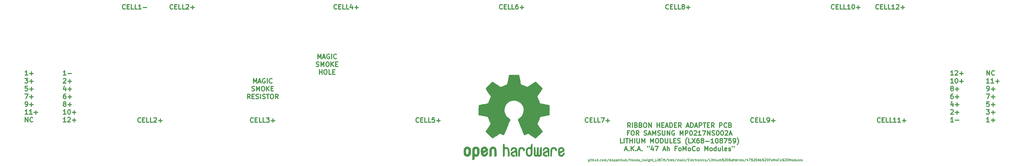
<source format=gbr>
%TF.GenerationSoftware,KiCad,Pcbnew,(5.1.9-0-10_14)*%
%TF.CreationDate,2022-08-21T20:49:42-04:00*%
%TF.ProjectId,47AhFoMoCo,34374168-466f-44d6-9f43-6f2e6b696361,rev?*%
%TF.SameCoordinates,Original*%
%TF.FileFunction,Legend,Top*%
%TF.FilePolarity,Positive*%
%FSLAX46Y46*%
G04 Gerber Fmt 4.6, Leading zero omitted, Abs format (unit mm)*
G04 Created by KiCad (PCBNEW (5.1.9-0-10_14)) date 2022-08-21 20:49:42*
%MOMM*%
%LPD*%
G01*
G04 APERTURE LIST*
%ADD10C,0.150000*%
%ADD11C,0.300000*%
%ADD12C,0.010000*%
G04 APERTURE END LIST*
D10*
X219347500Y-137589285D02*
X219347500Y-138196428D01*
X219311785Y-138267857D01*
X219276071Y-138303571D01*
X219204642Y-138339285D01*
X219097500Y-138339285D01*
X219026071Y-138303571D01*
X219347500Y-138053571D02*
X219276071Y-138089285D01*
X219133214Y-138089285D01*
X219061785Y-138053571D01*
X219026071Y-138017857D01*
X218990357Y-137946428D01*
X218990357Y-137732142D01*
X219026071Y-137660714D01*
X219061785Y-137625000D01*
X219133214Y-137589285D01*
X219276071Y-137589285D01*
X219347500Y-137625000D01*
X219704642Y-138089285D02*
X219704642Y-137589285D01*
X219704642Y-137339285D02*
X219668928Y-137375000D01*
X219704642Y-137410714D01*
X219740357Y-137375000D01*
X219704642Y-137339285D01*
X219704642Y-137410714D01*
X219954642Y-137589285D02*
X220240357Y-137589285D01*
X220061785Y-137339285D02*
X220061785Y-137982142D01*
X220097500Y-138053571D01*
X220168928Y-138089285D01*
X220240357Y-138089285D01*
X220490357Y-138089285D02*
X220490357Y-137339285D01*
X220811785Y-138089285D02*
X220811785Y-137696428D01*
X220776071Y-137625000D01*
X220704642Y-137589285D01*
X220597500Y-137589285D01*
X220526071Y-137625000D01*
X220490357Y-137660714D01*
X221490357Y-137589285D02*
X221490357Y-138089285D01*
X221168928Y-137589285D02*
X221168928Y-137982142D01*
X221204642Y-138053571D01*
X221276071Y-138089285D01*
X221383214Y-138089285D01*
X221454642Y-138053571D01*
X221490357Y-138017857D01*
X221847500Y-138089285D02*
X221847500Y-137339285D01*
X221847500Y-137625000D02*
X221918928Y-137589285D01*
X222061785Y-137589285D01*
X222133214Y-137625000D01*
X222168928Y-137660714D01*
X222204642Y-137732142D01*
X222204642Y-137946428D01*
X222168928Y-138017857D01*
X222133214Y-138053571D01*
X222061785Y-138089285D01*
X221918928Y-138089285D01*
X221847500Y-138053571D01*
X222526071Y-138017857D02*
X222561785Y-138053571D01*
X222526071Y-138089285D01*
X222490357Y-138053571D01*
X222526071Y-138017857D01*
X222526071Y-138089285D01*
X223204642Y-138053571D02*
X223133214Y-138089285D01*
X222990357Y-138089285D01*
X222918928Y-138053571D01*
X222883214Y-138017857D01*
X222847500Y-137946428D01*
X222847500Y-137732142D01*
X222883214Y-137660714D01*
X222918928Y-137625000D01*
X222990357Y-137589285D01*
X223133214Y-137589285D01*
X223204642Y-137625000D01*
X223633214Y-138089285D02*
X223561785Y-138053571D01*
X223526071Y-138017857D01*
X223490357Y-137946428D01*
X223490357Y-137732142D01*
X223526071Y-137660714D01*
X223561785Y-137625000D01*
X223633214Y-137589285D01*
X223740357Y-137589285D01*
X223811785Y-137625000D01*
X223847500Y-137660714D01*
X223883214Y-137732142D01*
X223883214Y-137946428D01*
X223847500Y-138017857D01*
X223811785Y-138053571D01*
X223740357Y-138089285D01*
X223633214Y-138089285D01*
X224204642Y-138089285D02*
X224204642Y-137589285D01*
X224204642Y-137660714D02*
X224240357Y-137625000D01*
X224311785Y-137589285D01*
X224418928Y-137589285D01*
X224490357Y-137625000D01*
X224526071Y-137696428D01*
X224526071Y-138089285D01*
X224526071Y-137696428D02*
X224561785Y-137625000D01*
X224633214Y-137589285D01*
X224740357Y-137589285D01*
X224811785Y-137625000D01*
X224847500Y-137696428D01*
X224847500Y-138089285D01*
X225740357Y-137303571D02*
X225097500Y-138267857D01*
X226311785Y-138089285D02*
X226311785Y-137339285D01*
X226311785Y-138053571D02*
X226240357Y-138089285D01*
X226097500Y-138089285D01*
X226026071Y-138053571D01*
X225990357Y-138017857D01*
X225954642Y-137946428D01*
X225954642Y-137732142D01*
X225990357Y-137660714D01*
X226026071Y-137625000D01*
X226097500Y-137589285D01*
X226240357Y-137589285D01*
X226311785Y-137625000D01*
X226776071Y-138089285D02*
X226704642Y-138053571D01*
X226668928Y-138017857D01*
X226633214Y-137946428D01*
X226633214Y-137732142D01*
X226668928Y-137660714D01*
X226704642Y-137625000D01*
X226776071Y-137589285D01*
X226883214Y-137589285D01*
X226954642Y-137625000D01*
X226990357Y-137660714D01*
X227026071Y-137732142D01*
X227026071Y-137946428D01*
X226990357Y-138017857D01*
X226954642Y-138053571D01*
X226883214Y-138089285D01*
X226776071Y-138089285D01*
X227347500Y-137589285D02*
X227347500Y-138339285D01*
X227347500Y-137625000D02*
X227418928Y-137589285D01*
X227561785Y-137589285D01*
X227633214Y-137625000D01*
X227668928Y-137660714D01*
X227704642Y-137732142D01*
X227704642Y-137946428D01*
X227668928Y-138017857D01*
X227633214Y-138053571D01*
X227561785Y-138089285D01*
X227418928Y-138089285D01*
X227347500Y-138053571D01*
X228026071Y-137589285D02*
X228026071Y-138339285D01*
X228026071Y-137625000D02*
X228097500Y-137589285D01*
X228240357Y-137589285D01*
X228311785Y-137625000D01*
X228347500Y-137660714D01*
X228383214Y-137732142D01*
X228383214Y-137946428D01*
X228347500Y-138017857D01*
X228311785Y-138053571D01*
X228240357Y-138089285D01*
X228097500Y-138089285D01*
X228026071Y-138053571D01*
X228990357Y-138053571D02*
X228918928Y-138089285D01*
X228776071Y-138089285D01*
X228704642Y-138053571D01*
X228668928Y-137982142D01*
X228668928Y-137696428D01*
X228704642Y-137625000D01*
X228776071Y-137589285D01*
X228918928Y-137589285D01*
X228990357Y-137625000D01*
X229026071Y-137696428D01*
X229026071Y-137767857D01*
X228668928Y-137839285D01*
X229454642Y-138089285D02*
X229383214Y-138053571D01*
X229347500Y-137982142D01*
X229347500Y-137339285D01*
X229740357Y-138089285D02*
X229740357Y-137339285D01*
X230061785Y-138089285D02*
X230061785Y-137696428D01*
X230026071Y-137625000D01*
X229954642Y-137589285D01*
X229847500Y-137589285D01*
X229776071Y-137625000D01*
X229740357Y-137660714D01*
X230740357Y-137589285D02*
X230740357Y-138089285D01*
X230418928Y-137589285D02*
X230418928Y-137982142D01*
X230454642Y-138053571D01*
X230526071Y-138089285D01*
X230633214Y-138089285D01*
X230704642Y-138053571D01*
X230740357Y-138017857D01*
X231097500Y-138089285D02*
X231097500Y-137339285D01*
X231097500Y-137625000D02*
X231168928Y-137589285D01*
X231311785Y-137589285D01*
X231383214Y-137625000D01*
X231418928Y-137660714D01*
X231454642Y-137732142D01*
X231454642Y-137946428D01*
X231418928Y-138017857D01*
X231383214Y-138053571D01*
X231311785Y-138089285D01*
X231168928Y-138089285D01*
X231097500Y-138053571D01*
X232311785Y-137303571D02*
X231668928Y-138267857D01*
X232561785Y-138089285D02*
X232561785Y-137339285D01*
X232561785Y-137696428D02*
X232990357Y-137696428D01*
X232990357Y-138089285D02*
X232990357Y-137339285D01*
X233454642Y-138089285D02*
X233383214Y-138053571D01*
X233347500Y-138017857D01*
X233311785Y-137946428D01*
X233311785Y-137732142D01*
X233347500Y-137660714D01*
X233383214Y-137625000D01*
X233454642Y-137589285D01*
X233561785Y-137589285D01*
X233633214Y-137625000D01*
X233668928Y-137660714D01*
X233704642Y-137732142D01*
X233704642Y-137946428D01*
X233668928Y-138017857D01*
X233633214Y-138053571D01*
X233561785Y-138089285D01*
X233454642Y-138089285D01*
X234026071Y-137589285D02*
X234026071Y-138089285D01*
X234026071Y-137660714D02*
X234061785Y-137625000D01*
X234133214Y-137589285D01*
X234240357Y-137589285D01*
X234311785Y-137625000D01*
X234347500Y-137696428D01*
X234347500Y-138089285D01*
X235026071Y-138089285D02*
X235026071Y-137339285D01*
X235026071Y-138053571D02*
X234954642Y-138089285D01*
X234811785Y-138089285D01*
X234740357Y-138053571D01*
X234704642Y-138017857D01*
X234668928Y-137946428D01*
X234668928Y-137732142D01*
X234704642Y-137660714D01*
X234740357Y-137625000D01*
X234811785Y-137589285D01*
X234954642Y-137589285D01*
X235026071Y-137625000D01*
X235704642Y-138089285D02*
X235704642Y-137696428D01*
X235668928Y-137625000D01*
X235597500Y-137589285D01*
X235454642Y-137589285D01*
X235383214Y-137625000D01*
X235704642Y-138053571D02*
X235633214Y-138089285D01*
X235454642Y-138089285D01*
X235383214Y-138053571D01*
X235347500Y-137982142D01*
X235347500Y-137910714D01*
X235383214Y-137839285D01*
X235454642Y-137803571D01*
X235633214Y-137803571D01*
X235704642Y-137767857D01*
X235883214Y-138160714D02*
X236454642Y-138160714D01*
X236633214Y-138089285D02*
X236633214Y-137339285D01*
X236990357Y-137589285D02*
X236990357Y-138089285D01*
X236990357Y-137660714D02*
X237026071Y-137625000D01*
X237097500Y-137589285D01*
X237204642Y-137589285D01*
X237276071Y-137625000D01*
X237311785Y-137696428D01*
X237311785Y-138089285D01*
X237633214Y-138053571D02*
X237704642Y-138089285D01*
X237847500Y-138089285D01*
X237918928Y-138053571D01*
X237954642Y-137982142D01*
X237954642Y-137946428D01*
X237918928Y-137875000D01*
X237847500Y-137839285D01*
X237740357Y-137839285D01*
X237668928Y-137803571D01*
X237633214Y-137732142D01*
X237633214Y-137696428D01*
X237668928Y-137625000D01*
X237740357Y-137589285D01*
X237847500Y-137589285D01*
X237918928Y-137625000D01*
X238276071Y-138089285D02*
X238276071Y-137589285D01*
X238276071Y-137339285D02*
X238240357Y-137375000D01*
X238276071Y-137410714D01*
X238311785Y-137375000D01*
X238276071Y-137339285D01*
X238276071Y-137410714D01*
X238954642Y-137589285D02*
X238954642Y-138196428D01*
X238918928Y-138267857D01*
X238883214Y-138303571D01*
X238811785Y-138339285D01*
X238704642Y-138339285D01*
X238633214Y-138303571D01*
X238954642Y-138053571D02*
X238883214Y-138089285D01*
X238740357Y-138089285D01*
X238668928Y-138053571D01*
X238633214Y-138017857D01*
X238597500Y-137946428D01*
X238597500Y-137732142D01*
X238633214Y-137660714D01*
X238668928Y-137625000D01*
X238740357Y-137589285D01*
X238883214Y-137589285D01*
X238954642Y-137625000D01*
X239311785Y-138089285D02*
X239311785Y-137339285D01*
X239633214Y-138089285D02*
X239633214Y-137696428D01*
X239597500Y-137625000D01*
X239526071Y-137589285D01*
X239418928Y-137589285D01*
X239347500Y-137625000D01*
X239311785Y-137660714D01*
X239883214Y-137589285D02*
X240168928Y-137589285D01*
X239990357Y-137339285D02*
X239990357Y-137982142D01*
X240026071Y-138053571D01*
X240097500Y-138089285D01*
X240168928Y-138089285D01*
X240240357Y-138160714D02*
X240811785Y-138160714D01*
X241347500Y-138089285D02*
X240990357Y-138089285D01*
X240990357Y-137339285D01*
X241597500Y-138089285D02*
X241597500Y-137589285D01*
X241597500Y-137339285D02*
X241561785Y-137375000D01*
X241597500Y-137410714D01*
X241633214Y-137375000D01*
X241597500Y-137339285D01*
X241597500Y-137410714D01*
X242204642Y-137696428D02*
X242311785Y-137732142D01*
X242347500Y-137767857D01*
X242383214Y-137839285D01*
X242383214Y-137946428D01*
X242347500Y-138017857D01*
X242311785Y-138053571D01*
X242240357Y-138089285D01*
X241954642Y-138089285D01*
X241954642Y-137339285D01*
X242204642Y-137339285D01*
X242276071Y-137375000D01*
X242311785Y-137410714D01*
X242347500Y-137482142D01*
X242347500Y-137553571D01*
X242311785Y-137625000D01*
X242276071Y-137660714D01*
X242204642Y-137696428D01*
X241954642Y-137696428D01*
X243133214Y-138017857D02*
X243097500Y-138053571D01*
X242990357Y-138089285D01*
X242918928Y-138089285D01*
X242811785Y-138053571D01*
X242740357Y-137982142D01*
X242704642Y-137910714D01*
X242668928Y-137767857D01*
X242668928Y-137660714D01*
X242704642Y-137517857D01*
X242740357Y-137446428D01*
X242811785Y-137375000D01*
X242918928Y-137339285D01*
X242990357Y-137339285D01*
X243097500Y-137375000D01*
X243133214Y-137410714D01*
X243454642Y-138089285D02*
X243454642Y-137339285D01*
X243704642Y-137875000D01*
X243954642Y-137339285D01*
X243954642Y-138089285D01*
X244847500Y-137303571D02*
X244204642Y-138267857D01*
X244990357Y-137589285D02*
X245276071Y-137589285D01*
X245097500Y-137339285D02*
X245097500Y-137982142D01*
X245133214Y-138053571D01*
X245204642Y-138089285D01*
X245276071Y-138089285D01*
X245526071Y-138089285D02*
X245526071Y-137589285D01*
X245526071Y-137732142D02*
X245561785Y-137660714D01*
X245597500Y-137625000D01*
X245668928Y-137589285D01*
X245740357Y-137589285D01*
X246276071Y-138053571D02*
X246204642Y-138089285D01*
X246061785Y-138089285D01*
X245990357Y-138053571D01*
X245954642Y-137982142D01*
X245954642Y-137696428D01*
X245990357Y-137625000D01*
X246061785Y-137589285D01*
X246204642Y-137589285D01*
X246276071Y-137625000D01*
X246311785Y-137696428D01*
X246311785Y-137767857D01*
X245954642Y-137839285D01*
X246918928Y-138053571D02*
X246847500Y-138089285D01*
X246704642Y-138089285D01*
X246633214Y-138053571D01*
X246597500Y-137982142D01*
X246597500Y-137696428D01*
X246633214Y-137625000D01*
X246704642Y-137589285D01*
X246847500Y-137589285D01*
X246918928Y-137625000D01*
X246954642Y-137696428D01*
X246954642Y-137767857D01*
X246597500Y-137839285D01*
X247811785Y-137303571D02*
X247168928Y-138267857D01*
X248061785Y-138089285D02*
X248061785Y-137589285D01*
X248061785Y-137660714D02*
X248097500Y-137625000D01*
X248168928Y-137589285D01*
X248276071Y-137589285D01*
X248347500Y-137625000D01*
X248383214Y-137696428D01*
X248383214Y-138089285D01*
X248383214Y-137696428D02*
X248418928Y-137625000D01*
X248490357Y-137589285D01*
X248597500Y-137589285D01*
X248668928Y-137625000D01*
X248704642Y-137696428D01*
X248704642Y-138089285D01*
X249383214Y-138089285D02*
X249383214Y-137696428D01*
X249347500Y-137625000D01*
X249276071Y-137589285D01*
X249133214Y-137589285D01*
X249061785Y-137625000D01*
X249383214Y-138053571D02*
X249311785Y-138089285D01*
X249133214Y-138089285D01*
X249061785Y-138053571D01*
X249026071Y-137982142D01*
X249026071Y-137910714D01*
X249061785Y-137839285D01*
X249133214Y-137803571D01*
X249311785Y-137803571D01*
X249383214Y-137767857D01*
X249740357Y-138089285D02*
X249740357Y-137589285D01*
X249740357Y-137339285D02*
X249704642Y-137375000D01*
X249740357Y-137410714D01*
X249776071Y-137375000D01*
X249740357Y-137339285D01*
X249740357Y-137410714D01*
X250097500Y-137589285D02*
X250097500Y-138089285D01*
X250097500Y-137660714D02*
X250133214Y-137625000D01*
X250204642Y-137589285D01*
X250311785Y-137589285D01*
X250383214Y-137625000D01*
X250418928Y-137696428D01*
X250418928Y-138089285D01*
X251311785Y-137303571D02*
X250668928Y-138267857D01*
X251561785Y-137696428D02*
X251811785Y-137696428D01*
X251918928Y-138089285D02*
X251561785Y-138089285D01*
X251561785Y-137339285D01*
X251918928Y-137339285D01*
X252347500Y-138089285D02*
X252276071Y-138053571D01*
X252240357Y-137982142D01*
X252240357Y-137339285D01*
X252918928Y-138053571D02*
X252847500Y-138089285D01*
X252704642Y-138089285D01*
X252633214Y-138053571D01*
X252597500Y-137982142D01*
X252597500Y-137696428D01*
X252633214Y-137625000D01*
X252704642Y-137589285D01*
X252847500Y-137589285D01*
X252918928Y-137625000D01*
X252954642Y-137696428D01*
X252954642Y-137767857D01*
X252597500Y-137839285D01*
X253597500Y-138053571D02*
X253526071Y-138089285D01*
X253383214Y-138089285D01*
X253311785Y-138053571D01*
X253276071Y-138017857D01*
X253240357Y-137946428D01*
X253240357Y-137732142D01*
X253276071Y-137660714D01*
X253311785Y-137625000D01*
X253383214Y-137589285D01*
X253526071Y-137589285D01*
X253597500Y-137625000D01*
X253811785Y-137589285D02*
X254097500Y-137589285D01*
X253918928Y-137339285D02*
X253918928Y-137982142D01*
X253954642Y-138053571D01*
X254026071Y-138089285D01*
X254097500Y-138089285D01*
X254347500Y-138089285D02*
X254347500Y-137589285D01*
X254347500Y-137732142D02*
X254383214Y-137660714D01*
X254418928Y-137625000D01*
X254490357Y-137589285D01*
X254561785Y-137589285D01*
X254918928Y-138089285D02*
X254847500Y-138053571D01*
X254811785Y-138017857D01*
X254776071Y-137946428D01*
X254776071Y-137732142D01*
X254811785Y-137660714D01*
X254847500Y-137625000D01*
X254918928Y-137589285D01*
X255026071Y-137589285D01*
X255097500Y-137625000D01*
X255133214Y-137660714D01*
X255168928Y-137732142D01*
X255168928Y-137946428D01*
X255133214Y-138017857D01*
X255097500Y-138053571D01*
X255026071Y-138089285D01*
X254918928Y-138089285D01*
X255490357Y-137589285D02*
X255490357Y-138089285D01*
X255490357Y-137660714D02*
X255526071Y-137625000D01*
X255597500Y-137589285D01*
X255704642Y-137589285D01*
X255776071Y-137625000D01*
X255811785Y-137696428D01*
X255811785Y-138089285D01*
X256168928Y-138089285D02*
X256168928Y-137589285D01*
X256168928Y-137339285D02*
X256133214Y-137375000D01*
X256168928Y-137410714D01*
X256204642Y-137375000D01*
X256168928Y-137339285D01*
X256168928Y-137410714D01*
X256847500Y-138053571D02*
X256776071Y-138089285D01*
X256633214Y-138089285D01*
X256561785Y-138053571D01*
X256526071Y-138017857D01*
X256490357Y-137946428D01*
X256490357Y-137732142D01*
X256526071Y-137660714D01*
X256561785Y-137625000D01*
X256633214Y-137589285D01*
X256776071Y-137589285D01*
X256847500Y-137625000D01*
X257133214Y-138053571D02*
X257204642Y-138089285D01*
X257347500Y-138089285D01*
X257418928Y-138053571D01*
X257454642Y-137982142D01*
X257454642Y-137946428D01*
X257418928Y-137875000D01*
X257347500Y-137839285D01*
X257240357Y-137839285D01*
X257168928Y-137803571D01*
X257133214Y-137732142D01*
X257133214Y-137696428D01*
X257168928Y-137625000D01*
X257240357Y-137589285D01*
X257347500Y-137589285D01*
X257418928Y-137625000D01*
X258311785Y-137303571D02*
X257668928Y-138267857D01*
X258918928Y-138089285D02*
X258561785Y-138089285D01*
X258561785Y-137339285D01*
X259168928Y-138089285D02*
X259168928Y-137589285D01*
X259168928Y-137339285D02*
X259133214Y-137375000D01*
X259168928Y-137410714D01*
X259204642Y-137375000D01*
X259168928Y-137339285D01*
X259168928Y-137410714D01*
X259418928Y-137589285D02*
X259704642Y-137589285D01*
X259526071Y-137339285D02*
X259526071Y-137982142D01*
X259561785Y-138053571D01*
X259633214Y-138089285D01*
X259704642Y-138089285D01*
X259954642Y-138089285D02*
X259954642Y-137339285D01*
X260276071Y-138089285D02*
X260276071Y-137696428D01*
X260240357Y-137625000D01*
X260168928Y-137589285D01*
X260061785Y-137589285D01*
X259990357Y-137625000D01*
X259954642Y-137660714D01*
X260633214Y-138089285D02*
X260633214Y-137589285D01*
X260633214Y-137339285D02*
X260597500Y-137375000D01*
X260633214Y-137410714D01*
X260668928Y-137375000D01*
X260633214Y-137339285D01*
X260633214Y-137410714D01*
X261311785Y-137589285D02*
X261311785Y-138089285D01*
X260990357Y-137589285D02*
X260990357Y-137982142D01*
X261026071Y-138053571D01*
X261097500Y-138089285D01*
X261204642Y-138089285D01*
X261276071Y-138053571D01*
X261311785Y-138017857D01*
X261668928Y-138089285D02*
X261668928Y-137589285D01*
X261668928Y-137660714D02*
X261704642Y-137625000D01*
X261776071Y-137589285D01*
X261883214Y-137589285D01*
X261954642Y-137625000D01*
X261990357Y-137696428D01*
X261990357Y-138089285D01*
X261990357Y-137696428D02*
X262026071Y-137625000D01*
X262097500Y-137589285D01*
X262204642Y-137589285D01*
X262276071Y-137625000D01*
X262311785Y-137696428D01*
X262311785Y-138089285D01*
X262633214Y-138089285D02*
X263204642Y-137339285D01*
X262740357Y-137339285D02*
X262811785Y-137375000D01*
X262847500Y-137446428D01*
X262811785Y-137517857D01*
X262740357Y-137553571D01*
X262668928Y-137517857D01*
X262633214Y-137446428D01*
X262668928Y-137375000D01*
X262740357Y-137339285D01*
X263168928Y-138053571D02*
X263204642Y-137982142D01*
X263168928Y-137910714D01*
X263097500Y-137875000D01*
X263026071Y-137910714D01*
X262990357Y-137982142D01*
X263026071Y-138053571D01*
X263097500Y-138089285D01*
X263168928Y-138053571D01*
X263490357Y-137410714D02*
X263526071Y-137375000D01*
X263597500Y-137339285D01*
X263776071Y-137339285D01*
X263847500Y-137375000D01*
X263883214Y-137410714D01*
X263918928Y-137482142D01*
X263918928Y-137553571D01*
X263883214Y-137660714D01*
X263454642Y-138089285D01*
X263918928Y-138089285D01*
X264383214Y-137339285D02*
X264454642Y-137339285D01*
X264526071Y-137375000D01*
X264561785Y-137410714D01*
X264597500Y-137482142D01*
X264633214Y-137625000D01*
X264633214Y-137803571D01*
X264597500Y-137946428D01*
X264561785Y-138017857D01*
X264526071Y-138053571D01*
X264454642Y-138089285D01*
X264383214Y-138089285D01*
X264311785Y-138053571D01*
X264276071Y-138017857D01*
X264240357Y-137946428D01*
X264204642Y-137803571D01*
X264204642Y-137625000D01*
X264240357Y-137482142D01*
X264276071Y-137410714D01*
X264311785Y-137375000D01*
X264383214Y-137339285D01*
X265204642Y-137696428D02*
X265311785Y-137732142D01*
X265347500Y-137767857D01*
X265383214Y-137839285D01*
X265383214Y-137946428D01*
X265347500Y-138017857D01*
X265311785Y-138053571D01*
X265240357Y-138089285D01*
X264954642Y-138089285D01*
X264954642Y-137339285D01*
X265204642Y-137339285D01*
X265276071Y-137375000D01*
X265311785Y-137410714D01*
X265347500Y-137482142D01*
X265347500Y-137553571D01*
X265311785Y-137625000D01*
X265276071Y-137660714D01*
X265204642Y-137696428D01*
X264954642Y-137696428D01*
X266026071Y-138089285D02*
X266026071Y-137696428D01*
X265990357Y-137625000D01*
X265918928Y-137589285D01*
X265776071Y-137589285D01*
X265704642Y-137625000D01*
X266026071Y-138053571D02*
X265954642Y-138089285D01*
X265776071Y-138089285D01*
X265704642Y-138053571D01*
X265668928Y-137982142D01*
X265668928Y-137910714D01*
X265704642Y-137839285D01*
X265776071Y-137803571D01*
X265954642Y-137803571D01*
X266026071Y-137767857D01*
X266276071Y-137589285D02*
X266561785Y-137589285D01*
X266383214Y-137339285D02*
X266383214Y-137982142D01*
X266418928Y-138053571D01*
X266490357Y-138089285D01*
X266561785Y-138089285D01*
X266704642Y-137589285D02*
X266990357Y-137589285D01*
X266811785Y-137339285D02*
X266811785Y-137982142D01*
X266847500Y-138053571D01*
X266918928Y-138089285D01*
X266990357Y-138089285D01*
X267526071Y-138053571D02*
X267454642Y-138089285D01*
X267311785Y-138089285D01*
X267240357Y-138053571D01*
X267204642Y-137982142D01*
X267204642Y-137696428D01*
X267240357Y-137625000D01*
X267311785Y-137589285D01*
X267454642Y-137589285D01*
X267526071Y-137625000D01*
X267561785Y-137696428D01*
X267561785Y-137767857D01*
X267204642Y-137839285D01*
X267883214Y-138089285D02*
X267883214Y-137589285D01*
X267883214Y-137732142D02*
X267918928Y-137660714D01*
X267954642Y-137625000D01*
X268026071Y-137589285D01*
X268097500Y-137589285D01*
X268347500Y-138089285D02*
X268347500Y-137589285D01*
X268347500Y-137339285D02*
X268311785Y-137375000D01*
X268347500Y-137410714D01*
X268383214Y-137375000D01*
X268347500Y-137339285D01*
X268347500Y-137410714D01*
X268990357Y-138053571D02*
X268918928Y-138089285D01*
X268776071Y-138089285D01*
X268704642Y-138053571D01*
X268668928Y-137982142D01*
X268668928Y-137696428D01*
X268704642Y-137625000D01*
X268776071Y-137589285D01*
X268918928Y-137589285D01*
X268990357Y-137625000D01*
X269026071Y-137696428D01*
X269026071Y-137767857D01*
X268668928Y-137839285D01*
X269311785Y-138053571D02*
X269383214Y-138089285D01*
X269526071Y-138089285D01*
X269597500Y-138053571D01*
X269633214Y-137982142D01*
X269633214Y-137946428D01*
X269597500Y-137875000D01*
X269526071Y-137839285D01*
X269418928Y-137839285D01*
X269347500Y-137803571D01*
X269311785Y-137732142D01*
X269311785Y-137696428D01*
X269347500Y-137625000D01*
X269418928Y-137589285D01*
X269526071Y-137589285D01*
X269597500Y-137625000D01*
X270490357Y-137303571D02*
X269847500Y-138267857D01*
X271061785Y-137589285D02*
X271061785Y-138089285D01*
X270883214Y-137303571D02*
X270704642Y-137839285D01*
X271168928Y-137839285D01*
X271383214Y-137339285D02*
X271883214Y-137339285D01*
X271561785Y-138089285D01*
X272133214Y-138089285D02*
X272704642Y-137339285D01*
X272240357Y-137339285D02*
X272311785Y-137375000D01*
X272347500Y-137446428D01*
X272311785Y-137517857D01*
X272240357Y-137553571D01*
X272168928Y-137517857D01*
X272133214Y-137446428D01*
X272168928Y-137375000D01*
X272240357Y-137339285D01*
X272668928Y-138053571D02*
X272704642Y-137982142D01*
X272668928Y-137910714D01*
X272597500Y-137875000D01*
X272526071Y-137910714D01*
X272490357Y-137982142D01*
X272526071Y-138053571D01*
X272597500Y-138089285D01*
X272668928Y-138053571D01*
X272990357Y-137410714D02*
X273026071Y-137375000D01*
X273097500Y-137339285D01*
X273276071Y-137339285D01*
X273347500Y-137375000D01*
X273383214Y-137410714D01*
X273418928Y-137482142D01*
X273418928Y-137553571D01*
X273383214Y-137660714D01*
X272954642Y-138089285D01*
X273418928Y-138089285D01*
X273883214Y-137339285D02*
X273954642Y-137339285D01*
X274026071Y-137375000D01*
X274061785Y-137410714D01*
X274097500Y-137482142D01*
X274133214Y-137625000D01*
X274133214Y-137803571D01*
X274097500Y-137946428D01*
X274061785Y-138017857D01*
X274026071Y-138053571D01*
X273954642Y-138089285D01*
X273883214Y-138089285D01*
X273811785Y-138053571D01*
X273776071Y-138017857D01*
X273740357Y-137946428D01*
X273704642Y-137803571D01*
X273704642Y-137625000D01*
X273740357Y-137482142D01*
X273776071Y-137410714D01*
X273811785Y-137375000D01*
X273883214Y-137339285D01*
X274418928Y-137875000D02*
X274776071Y-137875000D01*
X274347500Y-138089285D02*
X274597500Y-137339285D01*
X274847500Y-138089285D01*
X275097500Y-138089285D02*
X275097500Y-137339285D01*
X275418928Y-138089285D02*
X275418928Y-137696428D01*
X275383214Y-137625000D01*
X275311785Y-137589285D01*
X275204642Y-137589285D01*
X275133214Y-137625000D01*
X275097500Y-137660714D01*
X275740357Y-138089285D02*
X276311785Y-137339285D01*
X275847500Y-137339285D02*
X275918928Y-137375000D01*
X275954642Y-137446428D01*
X275918928Y-137517857D01*
X275847500Y-137553571D01*
X275776071Y-137517857D01*
X275740357Y-137446428D01*
X275776071Y-137375000D01*
X275847500Y-137339285D01*
X276276071Y-138053571D02*
X276311785Y-137982142D01*
X276276071Y-137910714D01*
X276204642Y-137875000D01*
X276133214Y-137910714D01*
X276097500Y-137982142D01*
X276133214Y-138053571D01*
X276204642Y-138089285D01*
X276276071Y-138053571D01*
X276597500Y-137410714D02*
X276633214Y-137375000D01*
X276704642Y-137339285D01*
X276883214Y-137339285D01*
X276954642Y-137375000D01*
X276990357Y-137410714D01*
X277026071Y-137482142D01*
X277026071Y-137553571D01*
X276990357Y-137660714D01*
X276561785Y-138089285D01*
X277026071Y-138089285D01*
X277490357Y-137339285D02*
X277561785Y-137339285D01*
X277633214Y-137375000D01*
X277668928Y-137410714D01*
X277704642Y-137482142D01*
X277740357Y-137625000D01*
X277740357Y-137803571D01*
X277704642Y-137946428D01*
X277668928Y-138017857D01*
X277633214Y-138053571D01*
X277561785Y-138089285D01*
X277490357Y-138089285D01*
X277418928Y-138053571D01*
X277383214Y-138017857D01*
X277347500Y-137946428D01*
X277311785Y-137803571D01*
X277311785Y-137625000D01*
X277347500Y-137482142D01*
X277383214Y-137410714D01*
X277418928Y-137375000D01*
X277490357Y-137339285D01*
X278311785Y-137696428D02*
X278061785Y-137696428D01*
X278061785Y-138089285D02*
X278061785Y-137339285D01*
X278418928Y-137339285D01*
X278811785Y-138089285D02*
X278740357Y-138053571D01*
X278704642Y-138017857D01*
X278668928Y-137946428D01*
X278668928Y-137732142D01*
X278704642Y-137660714D01*
X278740357Y-137625000D01*
X278811785Y-137589285D01*
X278918928Y-137589285D01*
X278990357Y-137625000D01*
X279026071Y-137660714D01*
X279061785Y-137732142D01*
X279061785Y-137946428D01*
X279026071Y-138017857D01*
X278990357Y-138053571D01*
X278918928Y-138089285D01*
X278811785Y-138089285D01*
X279383214Y-138089285D02*
X279383214Y-137339285D01*
X279633214Y-137875000D01*
X279883214Y-137339285D01*
X279883214Y-138089285D01*
X280347500Y-138089285D02*
X280276071Y-138053571D01*
X280240357Y-138017857D01*
X280204642Y-137946428D01*
X280204642Y-137732142D01*
X280240357Y-137660714D01*
X280276071Y-137625000D01*
X280347500Y-137589285D01*
X280454642Y-137589285D01*
X280526071Y-137625000D01*
X280561785Y-137660714D01*
X280597500Y-137732142D01*
X280597500Y-137946428D01*
X280561785Y-138017857D01*
X280526071Y-138053571D01*
X280454642Y-138089285D01*
X280347500Y-138089285D01*
X281347500Y-138017857D02*
X281311785Y-138053571D01*
X281204642Y-138089285D01*
X281133214Y-138089285D01*
X281026071Y-138053571D01*
X280954642Y-137982142D01*
X280918928Y-137910714D01*
X280883214Y-137767857D01*
X280883214Y-137660714D01*
X280918928Y-137517857D01*
X280954642Y-137446428D01*
X281026071Y-137375000D01*
X281133214Y-137339285D01*
X281204642Y-137339285D01*
X281311785Y-137375000D01*
X281347500Y-137410714D01*
X281776071Y-138089285D02*
X281704642Y-138053571D01*
X281668928Y-138017857D01*
X281633214Y-137946428D01*
X281633214Y-137732142D01*
X281668928Y-137660714D01*
X281704642Y-137625000D01*
X281776071Y-137589285D01*
X281883214Y-137589285D01*
X281954642Y-137625000D01*
X281990357Y-137660714D01*
X282026071Y-137732142D01*
X282026071Y-137946428D01*
X281990357Y-138017857D01*
X281954642Y-138053571D01*
X281883214Y-138089285D01*
X281776071Y-138089285D01*
X282311785Y-138089285D02*
X282883214Y-137339285D01*
X282418928Y-137339285D02*
X282490357Y-137375000D01*
X282526071Y-137446428D01*
X282490357Y-137517857D01*
X282418928Y-137553571D01*
X282347500Y-137517857D01*
X282311785Y-137446428D01*
X282347500Y-137375000D01*
X282418928Y-137339285D01*
X282847500Y-138053571D02*
X282883214Y-137982142D01*
X282847500Y-137910714D01*
X282776071Y-137875000D01*
X282704642Y-137910714D01*
X282668928Y-137982142D01*
X282704642Y-138053571D01*
X282776071Y-138089285D01*
X282847500Y-138053571D01*
X283168928Y-137410714D02*
X283204642Y-137375000D01*
X283276071Y-137339285D01*
X283454642Y-137339285D01*
X283526071Y-137375000D01*
X283561785Y-137410714D01*
X283597500Y-137482142D01*
X283597500Y-137553571D01*
X283561785Y-137660714D01*
X283133214Y-138089285D01*
X283597500Y-138089285D01*
X284061785Y-137339285D02*
X284133214Y-137339285D01*
X284204642Y-137375000D01*
X284240357Y-137410714D01*
X284276071Y-137482142D01*
X284311785Y-137625000D01*
X284311785Y-137803571D01*
X284276071Y-137946428D01*
X284240357Y-138017857D01*
X284204642Y-138053571D01*
X284133214Y-138089285D01*
X284061785Y-138089285D01*
X283990357Y-138053571D01*
X283954642Y-138017857D01*
X283918928Y-137946428D01*
X283883214Y-137803571D01*
X283883214Y-137625000D01*
X283918928Y-137482142D01*
X283954642Y-137410714D01*
X283990357Y-137375000D01*
X284061785Y-137339285D01*
X284633214Y-138089285D02*
X284633214Y-137339285D01*
X284883214Y-137875000D01*
X285133214Y-137339285D01*
X285133214Y-138089285D01*
X285597500Y-138089285D02*
X285526071Y-138053571D01*
X285490357Y-138017857D01*
X285454642Y-137946428D01*
X285454642Y-137732142D01*
X285490357Y-137660714D01*
X285526071Y-137625000D01*
X285597500Y-137589285D01*
X285704642Y-137589285D01*
X285776071Y-137625000D01*
X285811785Y-137660714D01*
X285847500Y-137732142D01*
X285847500Y-137946428D01*
X285811785Y-138017857D01*
X285776071Y-138053571D01*
X285704642Y-138089285D01*
X285597500Y-138089285D01*
X286490357Y-138089285D02*
X286490357Y-137339285D01*
X286490357Y-138053571D02*
X286418928Y-138089285D01*
X286276071Y-138089285D01*
X286204642Y-138053571D01*
X286168928Y-138017857D01*
X286133214Y-137946428D01*
X286133214Y-137732142D01*
X286168928Y-137660714D01*
X286204642Y-137625000D01*
X286276071Y-137589285D01*
X286418928Y-137589285D01*
X286490357Y-137625000D01*
X287168928Y-137589285D02*
X287168928Y-138089285D01*
X286847500Y-137589285D02*
X286847500Y-137982142D01*
X286883214Y-138053571D01*
X286954642Y-138089285D01*
X287061785Y-138089285D01*
X287133214Y-138053571D01*
X287168928Y-138017857D01*
X287633214Y-138089285D02*
X287561785Y-138053571D01*
X287526071Y-137982142D01*
X287526071Y-137339285D01*
X288204642Y-138053571D02*
X288133214Y-138089285D01*
X287990357Y-138089285D01*
X287918928Y-138053571D01*
X287883214Y-137982142D01*
X287883214Y-137696428D01*
X287918928Y-137625000D01*
X287990357Y-137589285D01*
X288133214Y-137589285D01*
X288204642Y-137625000D01*
X288240357Y-137696428D01*
X288240357Y-137767857D01*
X287883214Y-137839285D01*
X288526071Y-138053571D02*
X288597500Y-138089285D01*
X288740357Y-138089285D01*
X288811785Y-138053571D01*
X288847500Y-137982142D01*
X288847500Y-137946428D01*
X288811785Y-137875000D01*
X288740357Y-137839285D01*
X288633214Y-137839285D01*
X288561785Y-137803571D01*
X288526071Y-137732142D01*
X288526071Y-137696428D01*
X288561785Y-137625000D01*
X288633214Y-137589285D01*
X288740357Y-137589285D01*
X288811785Y-137625000D01*
D11*
X109750000Y-112628571D02*
X109750000Y-111128571D01*
X110250000Y-112200000D01*
X110750000Y-111128571D01*
X110750000Y-112628571D01*
X111392857Y-112200000D02*
X112107142Y-112200000D01*
X111250000Y-112628571D02*
X111750000Y-111128571D01*
X112250000Y-112628571D01*
X113535714Y-111200000D02*
X113392857Y-111128571D01*
X113178571Y-111128571D01*
X112964285Y-111200000D01*
X112821428Y-111342857D01*
X112750000Y-111485714D01*
X112678571Y-111771428D01*
X112678571Y-111985714D01*
X112750000Y-112271428D01*
X112821428Y-112414285D01*
X112964285Y-112557142D01*
X113178571Y-112628571D01*
X113321428Y-112628571D01*
X113535714Y-112557142D01*
X113607142Y-112485714D01*
X113607142Y-111985714D01*
X113321428Y-111985714D01*
X114250000Y-112628571D02*
X114250000Y-111128571D01*
X115821428Y-112485714D02*
X115750000Y-112557142D01*
X115535714Y-112628571D01*
X115392857Y-112628571D01*
X115178571Y-112557142D01*
X115035714Y-112414285D01*
X114964285Y-112271428D01*
X114892857Y-111985714D01*
X114892857Y-111771428D01*
X114964285Y-111485714D01*
X115035714Y-111342857D01*
X115178571Y-111200000D01*
X115392857Y-111128571D01*
X115535714Y-111128571D01*
X115750000Y-111200000D01*
X115821428Y-111271428D01*
X109250000Y-115107142D02*
X109464285Y-115178571D01*
X109821428Y-115178571D01*
X109964285Y-115107142D01*
X110035714Y-115035714D01*
X110107142Y-114892857D01*
X110107142Y-114750000D01*
X110035714Y-114607142D01*
X109964285Y-114535714D01*
X109821428Y-114464285D01*
X109535714Y-114392857D01*
X109392857Y-114321428D01*
X109321428Y-114250000D01*
X109250000Y-114107142D01*
X109250000Y-113964285D01*
X109321428Y-113821428D01*
X109392857Y-113750000D01*
X109535714Y-113678571D01*
X109892857Y-113678571D01*
X110107142Y-113750000D01*
X110750000Y-115178571D02*
X110750000Y-113678571D01*
X111250000Y-114750000D01*
X111750000Y-113678571D01*
X111750000Y-115178571D01*
X112750000Y-113678571D02*
X113035714Y-113678571D01*
X113178571Y-113750000D01*
X113321428Y-113892857D01*
X113392857Y-114178571D01*
X113392857Y-114678571D01*
X113321428Y-114964285D01*
X113178571Y-115107142D01*
X113035714Y-115178571D01*
X112750000Y-115178571D01*
X112607142Y-115107142D01*
X112464285Y-114964285D01*
X112392857Y-114678571D01*
X112392857Y-114178571D01*
X112464285Y-113892857D01*
X112607142Y-113750000D01*
X112750000Y-113678571D01*
X114035714Y-115178571D02*
X114035714Y-113678571D01*
X114892857Y-115178571D02*
X114250000Y-114321428D01*
X114892857Y-113678571D02*
X114035714Y-114535714D01*
X115535714Y-114392857D02*
X116035714Y-114392857D01*
X116250000Y-115178571D02*
X115535714Y-115178571D01*
X115535714Y-113678571D01*
X116250000Y-113678571D01*
X108642857Y-117728571D02*
X108142857Y-117014285D01*
X107785714Y-117728571D02*
X107785714Y-116228571D01*
X108357142Y-116228571D01*
X108500000Y-116300000D01*
X108571428Y-116371428D01*
X108642857Y-116514285D01*
X108642857Y-116728571D01*
X108571428Y-116871428D01*
X108500000Y-116942857D01*
X108357142Y-117014285D01*
X107785714Y-117014285D01*
X109285714Y-116942857D02*
X109785714Y-116942857D01*
X110000000Y-117728571D02*
X109285714Y-117728571D01*
X109285714Y-116228571D01*
X110000000Y-116228571D01*
X110571428Y-117657142D02*
X110785714Y-117728571D01*
X111142857Y-117728571D01*
X111285714Y-117657142D01*
X111357142Y-117585714D01*
X111428571Y-117442857D01*
X111428571Y-117300000D01*
X111357142Y-117157142D01*
X111285714Y-117085714D01*
X111142857Y-117014285D01*
X110857142Y-116942857D01*
X110714285Y-116871428D01*
X110642857Y-116800000D01*
X110571428Y-116657142D01*
X110571428Y-116514285D01*
X110642857Y-116371428D01*
X110714285Y-116300000D01*
X110857142Y-116228571D01*
X111214285Y-116228571D01*
X111428571Y-116300000D01*
X112071428Y-117728571D02*
X112071428Y-116228571D01*
X112714285Y-117657142D02*
X112928571Y-117728571D01*
X113285714Y-117728571D01*
X113428571Y-117657142D01*
X113500000Y-117585714D01*
X113571428Y-117442857D01*
X113571428Y-117300000D01*
X113500000Y-117157142D01*
X113428571Y-117085714D01*
X113285714Y-117014285D01*
X113000000Y-116942857D01*
X112857142Y-116871428D01*
X112785714Y-116800000D01*
X112714285Y-116657142D01*
X112714285Y-116514285D01*
X112785714Y-116371428D01*
X112857142Y-116300000D01*
X113000000Y-116228571D01*
X113357142Y-116228571D01*
X113571428Y-116300000D01*
X114000000Y-116228571D02*
X114857142Y-116228571D01*
X114428571Y-117728571D02*
X114428571Y-116228571D01*
X115642857Y-116228571D02*
X115928571Y-116228571D01*
X116071428Y-116300000D01*
X116214285Y-116442857D01*
X116285714Y-116728571D01*
X116285714Y-117228571D01*
X116214285Y-117514285D01*
X116071428Y-117657142D01*
X115928571Y-117728571D01*
X115642857Y-117728571D01*
X115500000Y-117657142D01*
X115357142Y-117514285D01*
X115285714Y-117228571D01*
X115285714Y-116728571D01*
X115357142Y-116442857D01*
X115500000Y-116300000D01*
X115642857Y-116228571D01*
X117785714Y-117728571D02*
X117285714Y-117014285D01*
X116928571Y-117728571D02*
X116928571Y-116228571D01*
X117500000Y-116228571D01*
X117642857Y-116300000D01*
X117714285Y-116371428D01*
X117785714Y-116514285D01*
X117785714Y-116728571D01*
X117714285Y-116871428D01*
X117642857Y-116942857D01*
X117500000Y-117014285D01*
X116928571Y-117014285D01*
X232749999Y-127103571D02*
X232249999Y-126389285D01*
X231892857Y-127103571D02*
X231892857Y-125603571D01*
X232464285Y-125603571D01*
X232607142Y-125675000D01*
X232678571Y-125746428D01*
X232749999Y-125889285D01*
X232749999Y-126103571D01*
X232678571Y-126246428D01*
X232607142Y-126317857D01*
X232464285Y-126389285D01*
X231892857Y-126389285D01*
X233392857Y-127103571D02*
X233392857Y-125603571D01*
X234607142Y-126317857D02*
X234821428Y-126389285D01*
X234892857Y-126460714D01*
X234964285Y-126603571D01*
X234964285Y-126817857D01*
X234892857Y-126960714D01*
X234821428Y-127032142D01*
X234678571Y-127103571D01*
X234107142Y-127103571D01*
X234107142Y-125603571D01*
X234607142Y-125603571D01*
X234749999Y-125675000D01*
X234821428Y-125746428D01*
X234892857Y-125889285D01*
X234892857Y-126032142D01*
X234821428Y-126175000D01*
X234749999Y-126246428D01*
X234607142Y-126317857D01*
X234107142Y-126317857D01*
X236107142Y-126317857D02*
X236321428Y-126389285D01*
X236392857Y-126460714D01*
X236464285Y-126603571D01*
X236464285Y-126817857D01*
X236392857Y-126960714D01*
X236321428Y-127032142D01*
X236178571Y-127103571D01*
X235607142Y-127103571D01*
X235607142Y-125603571D01*
X236107142Y-125603571D01*
X236249999Y-125675000D01*
X236321428Y-125746428D01*
X236392857Y-125889285D01*
X236392857Y-126032142D01*
X236321428Y-126175000D01*
X236249999Y-126246428D01*
X236107142Y-126317857D01*
X235607142Y-126317857D01*
X237392857Y-125603571D02*
X237678571Y-125603571D01*
X237821428Y-125675000D01*
X237964285Y-125817857D01*
X238035714Y-126103571D01*
X238035714Y-126603571D01*
X237964285Y-126889285D01*
X237821428Y-127032142D01*
X237678571Y-127103571D01*
X237392857Y-127103571D01*
X237249999Y-127032142D01*
X237107142Y-126889285D01*
X237035714Y-126603571D01*
X237035714Y-126103571D01*
X237107142Y-125817857D01*
X237249999Y-125675000D01*
X237392857Y-125603571D01*
X238678571Y-127103571D02*
X238678571Y-125603571D01*
X239535714Y-127103571D01*
X239535714Y-125603571D01*
X241392857Y-127103571D02*
X241392857Y-125603571D01*
X241392857Y-126317857D02*
X242249999Y-126317857D01*
X242249999Y-127103571D02*
X242249999Y-125603571D01*
X242964285Y-126317857D02*
X243464285Y-126317857D01*
X243678571Y-127103571D02*
X242964285Y-127103571D01*
X242964285Y-125603571D01*
X243678571Y-125603571D01*
X244249999Y-126675000D02*
X244964285Y-126675000D01*
X244107142Y-127103571D02*
X244607142Y-125603571D01*
X245107142Y-127103571D01*
X245607142Y-127103571D02*
X245607142Y-125603571D01*
X245964285Y-125603571D01*
X246178571Y-125675000D01*
X246321428Y-125817857D01*
X246392857Y-125960714D01*
X246464285Y-126246428D01*
X246464285Y-126460714D01*
X246392857Y-126746428D01*
X246321428Y-126889285D01*
X246178571Y-127032142D01*
X245964285Y-127103571D01*
X245607142Y-127103571D01*
X247107142Y-126317857D02*
X247607142Y-126317857D01*
X247821428Y-127103571D02*
X247107142Y-127103571D01*
X247107142Y-125603571D01*
X247821428Y-125603571D01*
X249321428Y-127103571D02*
X248821428Y-126389285D01*
X248464285Y-127103571D02*
X248464285Y-125603571D01*
X249035714Y-125603571D01*
X249178571Y-125675000D01*
X249249999Y-125746428D01*
X249321428Y-125889285D01*
X249321428Y-126103571D01*
X249249999Y-126246428D01*
X249178571Y-126317857D01*
X249035714Y-126389285D01*
X248464285Y-126389285D01*
X251035714Y-126675000D02*
X251749999Y-126675000D01*
X250892857Y-127103571D02*
X251392857Y-125603571D01*
X251892857Y-127103571D01*
X252392857Y-127103571D02*
X252392857Y-125603571D01*
X252749999Y-125603571D01*
X252964285Y-125675000D01*
X253107142Y-125817857D01*
X253178571Y-125960714D01*
X253249999Y-126246428D01*
X253249999Y-126460714D01*
X253178571Y-126746428D01*
X253107142Y-126889285D01*
X252964285Y-127032142D01*
X252749999Y-127103571D01*
X252392857Y-127103571D01*
X253821428Y-126675000D02*
X254535714Y-126675000D01*
X253678571Y-127103571D02*
X254178571Y-125603571D01*
X254678571Y-127103571D01*
X255178571Y-127103571D02*
X255178571Y-125603571D01*
X255749999Y-125603571D01*
X255892857Y-125675000D01*
X255964285Y-125746428D01*
X256035714Y-125889285D01*
X256035714Y-126103571D01*
X255964285Y-126246428D01*
X255892857Y-126317857D01*
X255749999Y-126389285D01*
X255178571Y-126389285D01*
X256464285Y-125603571D02*
X257321428Y-125603571D01*
X256892857Y-127103571D02*
X256892857Y-125603571D01*
X257821428Y-126317857D02*
X258321428Y-126317857D01*
X258535714Y-127103571D02*
X257821428Y-127103571D01*
X257821428Y-125603571D01*
X258535714Y-125603571D01*
X260035714Y-127103571D02*
X259535714Y-126389285D01*
X259178571Y-127103571D02*
X259178571Y-125603571D01*
X259749999Y-125603571D01*
X259892857Y-125675000D01*
X259964285Y-125746428D01*
X260035714Y-125889285D01*
X260035714Y-126103571D01*
X259964285Y-126246428D01*
X259892857Y-126317857D01*
X259749999Y-126389285D01*
X259178571Y-126389285D01*
X261821428Y-127103571D02*
X261821428Y-125603571D01*
X262392857Y-125603571D01*
X262535714Y-125675000D01*
X262607142Y-125746428D01*
X262678571Y-125889285D01*
X262678571Y-126103571D01*
X262607142Y-126246428D01*
X262535714Y-126317857D01*
X262392857Y-126389285D01*
X261821428Y-126389285D01*
X264178571Y-126960714D02*
X264107142Y-127032142D01*
X263892857Y-127103571D01*
X263749999Y-127103571D01*
X263535714Y-127032142D01*
X263392857Y-126889285D01*
X263321428Y-126746428D01*
X263249999Y-126460714D01*
X263249999Y-126246428D01*
X263321428Y-125960714D01*
X263392857Y-125817857D01*
X263535714Y-125675000D01*
X263749999Y-125603571D01*
X263892857Y-125603571D01*
X264107142Y-125675000D01*
X264178571Y-125746428D01*
X265321428Y-126317857D02*
X265535714Y-126389285D01*
X265607142Y-126460714D01*
X265678571Y-126603571D01*
X265678571Y-126817857D01*
X265607142Y-126960714D01*
X265535714Y-127032142D01*
X265392857Y-127103571D01*
X264821428Y-127103571D01*
X264821428Y-125603571D01*
X265321428Y-125603571D01*
X265464285Y-125675000D01*
X265535714Y-125746428D01*
X265607142Y-125889285D01*
X265607142Y-126032142D01*
X265535714Y-126175000D01*
X265464285Y-126246428D01*
X265321428Y-126317857D01*
X264821428Y-126317857D01*
X232285714Y-128867857D02*
X231785714Y-128867857D01*
X231785714Y-129653571D02*
X231785714Y-128153571D01*
X232500000Y-128153571D01*
X233357142Y-128153571D02*
X233642857Y-128153571D01*
X233785714Y-128225000D01*
X233928571Y-128367857D01*
X234000000Y-128653571D01*
X234000000Y-129153571D01*
X233928571Y-129439285D01*
X233785714Y-129582142D01*
X233642857Y-129653571D01*
X233357142Y-129653571D01*
X233214285Y-129582142D01*
X233071428Y-129439285D01*
X233000000Y-129153571D01*
X233000000Y-128653571D01*
X233071428Y-128367857D01*
X233214285Y-128225000D01*
X233357142Y-128153571D01*
X235500000Y-129653571D02*
X235000000Y-128939285D01*
X234642857Y-129653571D02*
X234642857Y-128153571D01*
X235214285Y-128153571D01*
X235357142Y-128225000D01*
X235428571Y-128296428D01*
X235500000Y-128439285D01*
X235500000Y-128653571D01*
X235428571Y-128796428D01*
X235357142Y-128867857D01*
X235214285Y-128939285D01*
X234642857Y-128939285D01*
X237214285Y-129582142D02*
X237428571Y-129653571D01*
X237785714Y-129653571D01*
X237928571Y-129582142D01*
X238000000Y-129510714D01*
X238071428Y-129367857D01*
X238071428Y-129225000D01*
X238000000Y-129082142D01*
X237928571Y-129010714D01*
X237785714Y-128939285D01*
X237500000Y-128867857D01*
X237357142Y-128796428D01*
X237285714Y-128725000D01*
X237214285Y-128582142D01*
X237214285Y-128439285D01*
X237285714Y-128296428D01*
X237357142Y-128225000D01*
X237500000Y-128153571D01*
X237857142Y-128153571D01*
X238071428Y-128225000D01*
X238642857Y-129225000D02*
X239357142Y-129225000D01*
X238500000Y-129653571D02*
X239000000Y-128153571D01*
X239500000Y-129653571D01*
X240000000Y-129653571D02*
X240000000Y-128153571D01*
X240500000Y-129225000D01*
X241000000Y-128153571D01*
X241000000Y-129653571D01*
X241642857Y-129582142D02*
X241857142Y-129653571D01*
X242214285Y-129653571D01*
X242357142Y-129582142D01*
X242428571Y-129510714D01*
X242500000Y-129367857D01*
X242500000Y-129225000D01*
X242428571Y-129082142D01*
X242357142Y-129010714D01*
X242214285Y-128939285D01*
X241928571Y-128867857D01*
X241785714Y-128796428D01*
X241714285Y-128725000D01*
X241642857Y-128582142D01*
X241642857Y-128439285D01*
X241714285Y-128296428D01*
X241785714Y-128225000D01*
X241928571Y-128153571D01*
X242285714Y-128153571D01*
X242500000Y-128225000D01*
X243142857Y-128153571D02*
X243142857Y-129367857D01*
X243214285Y-129510714D01*
X243285714Y-129582142D01*
X243428571Y-129653571D01*
X243714285Y-129653571D01*
X243857142Y-129582142D01*
X243928571Y-129510714D01*
X244000000Y-129367857D01*
X244000000Y-128153571D01*
X244714285Y-129653571D02*
X244714285Y-128153571D01*
X245571428Y-129653571D01*
X245571428Y-128153571D01*
X247071428Y-128225000D02*
X246928571Y-128153571D01*
X246714285Y-128153571D01*
X246500000Y-128225000D01*
X246357142Y-128367857D01*
X246285714Y-128510714D01*
X246214285Y-128796428D01*
X246214285Y-129010714D01*
X246285714Y-129296428D01*
X246357142Y-129439285D01*
X246500000Y-129582142D01*
X246714285Y-129653571D01*
X246857142Y-129653571D01*
X247071428Y-129582142D01*
X247142857Y-129510714D01*
X247142857Y-129010714D01*
X246857142Y-129010714D01*
X248928571Y-129653571D02*
X248928571Y-128153571D01*
X249428571Y-129225000D01*
X249928571Y-128153571D01*
X249928571Y-129653571D01*
X250642857Y-129653571D02*
X250642857Y-128153571D01*
X251214285Y-128153571D01*
X251357142Y-128225000D01*
X251428571Y-128296428D01*
X251500000Y-128439285D01*
X251500000Y-128653571D01*
X251428571Y-128796428D01*
X251357142Y-128867857D01*
X251214285Y-128939285D01*
X250642857Y-128939285D01*
X252428571Y-128153571D02*
X252571428Y-128153571D01*
X252714285Y-128225000D01*
X252785714Y-128296428D01*
X252857142Y-128439285D01*
X252928571Y-128725000D01*
X252928571Y-129082142D01*
X252857142Y-129367857D01*
X252785714Y-129510714D01*
X252714285Y-129582142D01*
X252571428Y-129653571D01*
X252428571Y-129653571D01*
X252285714Y-129582142D01*
X252214285Y-129510714D01*
X252142857Y-129367857D01*
X252071428Y-129082142D01*
X252071428Y-128725000D01*
X252142857Y-128439285D01*
X252214285Y-128296428D01*
X252285714Y-128225000D01*
X252428571Y-128153571D01*
X253500000Y-128296428D02*
X253571428Y-128225000D01*
X253714285Y-128153571D01*
X254071428Y-128153571D01*
X254214285Y-128225000D01*
X254285714Y-128296428D01*
X254357142Y-128439285D01*
X254357142Y-128582142D01*
X254285714Y-128796428D01*
X253428571Y-129653571D01*
X254357142Y-129653571D01*
X255785714Y-129653571D02*
X254928571Y-129653571D01*
X255357142Y-129653571D02*
X255357142Y-128153571D01*
X255214285Y-128367857D01*
X255071428Y-128510714D01*
X254928571Y-128582142D01*
X256285714Y-128153571D02*
X257285714Y-128153571D01*
X256642857Y-129653571D01*
X257857142Y-129653571D02*
X257857142Y-128153571D01*
X258714285Y-129653571D01*
X258714285Y-128153571D01*
X259357142Y-129582142D02*
X259571428Y-129653571D01*
X259928571Y-129653571D01*
X260071428Y-129582142D01*
X260142857Y-129510714D01*
X260214285Y-129367857D01*
X260214285Y-129225000D01*
X260142857Y-129082142D01*
X260071428Y-129010714D01*
X259928571Y-128939285D01*
X259642857Y-128867857D01*
X259500000Y-128796428D01*
X259428571Y-128725000D01*
X259357142Y-128582142D01*
X259357142Y-128439285D01*
X259428571Y-128296428D01*
X259500000Y-128225000D01*
X259642857Y-128153571D01*
X260000000Y-128153571D01*
X260214285Y-128225000D01*
X261142857Y-128153571D02*
X261285714Y-128153571D01*
X261428571Y-128225000D01*
X261500000Y-128296428D01*
X261571428Y-128439285D01*
X261642857Y-128725000D01*
X261642857Y-129082142D01*
X261571428Y-129367857D01*
X261500000Y-129510714D01*
X261428571Y-129582142D01*
X261285714Y-129653571D01*
X261142857Y-129653571D01*
X261000000Y-129582142D01*
X260928571Y-129510714D01*
X260857142Y-129367857D01*
X260785714Y-129082142D01*
X260785714Y-128725000D01*
X260857142Y-128439285D01*
X260928571Y-128296428D01*
X261000000Y-128225000D01*
X261142857Y-128153571D01*
X262571428Y-128153571D02*
X262714285Y-128153571D01*
X262857142Y-128225000D01*
X262928571Y-128296428D01*
X263000000Y-128439285D01*
X263071428Y-128725000D01*
X263071428Y-129082142D01*
X263000000Y-129367857D01*
X262928571Y-129510714D01*
X262857142Y-129582142D01*
X262714285Y-129653571D01*
X262571428Y-129653571D01*
X262428571Y-129582142D01*
X262357142Y-129510714D01*
X262285714Y-129367857D01*
X262214285Y-129082142D01*
X262214285Y-128725000D01*
X262285714Y-128439285D01*
X262357142Y-128296428D01*
X262428571Y-128225000D01*
X262571428Y-128153571D01*
X263642857Y-128296428D02*
X263714285Y-128225000D01*
X263857142Y-128153571D01*
X264214285Y-128153571D01*
X264357142Y-128225000D01*
X264428571Y-128296428D01*
X264500000Y-128439285D01*
X264500000Y-128582142D01*
X264428571Y-128796428D01*
X263571428Y-129653571D01*
X264500000Y-129653571D01*
X265071428Y-129225000D02*
X265785714Y-129225000D01*
X264928571Y-129653571D02*
X265428571Y-128153571D01*
X265928571Y-129653571D01*
X230214285Y-132203571D02*
X229500000Y-132203571D01*
X229500000Y-130703571D01*
X230714285Y-132203571D02*
X230714285Y-130703571D01*
X231214285Y-130703571D02*
X232071428Y-130703571D01*
X231642857Y-132203571D02*
X231642857Y-130703571D01*
X232571428Y-132203571D02*
X232571428Y-130703571D01*
X232571428Y-131417857D02*
X233428571Y-131417857D01*
X233428571Y-132203571D02*
X233428571Y-130703571D01*
X234142857Y-132203571D02*
X234142857Y-130703571D01*
X234857142Y-130703571D02*
X234857142Y-131917857D01*
X234928571Y-132060714D01*
X235000000Y-132132142D01*
X235142857Y-132203571D01*
X235428571Y-132203571D01*
X235571428Y-132132142D01*
X235642857Y-132060714D01*
X235714285Y-131917857D01*
X235714285Y-130703571D01*
X236428571Y-132203571D02*
X236428571Y-130703571D01*
X236928571Y-131775000D01*
X237428571Y-130703571D01*
X237428571Y-132203571D01*
X239285714Y-132203571D02*
X239285714Y-130703571D01*
X239785714Y-131775000D01*
X240285714Y-130703571D01*
X240285714Y-132203571D01*
X241285714Y-130703571D02*
X241571428Y-130703571D01*
X241714285Y-130775000D01*
X241857142Y-130917857D01*
X241928571Y-131203571D01*
X241928571Y-131703571D01*
X241857142Y-131989285D01*
X241714285Y-132132142D01*
X241571428Y-132203571D01*
X241285714Y-132203571D01*
X241142857Y-132132142D01*
X241000000Y-131989285D01*
X240928571Y-131703571D01*
X240928571Y-131203571D01*
X241000000Y-130917857D01*
X241142857Y-130775000D01*
X241285714Y-130703571D01*
X242571428Y-132203571D02*
X242571428Y-130703571D01*
X242928571Y-130703571D01*
X243142857Y-130775000D01*
X243285714Y-130917857D01*
X243357142Y-131060714D01*
X243428571Y-131346428D01*
X243428571Y-131560714D01*
X243357142Y-131846428D01*
X243285714Y-131989285D01*
X243142857Y-132132142D01*
X242928571Y-132203571D01*
X242571428Y-132203571D01*
X244071428Y-130703571D02*
X244071428Y-131917857D01*
X244142857Y-132060714D01*
X244214285Y-132132142D01*
X244357142Y-132203571D01*
X244642857Y-132203571D01*
X244785714Y-132132142D01*
X244857142Y-132060714D01*
X244928571Y-131917857D01*
X244928571Y-130703571D01*
X246357142Y-132203571D02*
X245642857Y-132203571D01*
X245642857Y-130703571D01*
X246857142Y-131417857D02*
X247357142Y-131417857D01*
X247571428Y-132203571D02*
X246857142Y-132203571D01*
X246857142Y-130703571D01*
X247571428Y-130703571D01*
X248142857Y-132132142D02*
X248357142Y-132203571D01*
X248714285Y-132203571D01*
X248857142Y-132132142D01*
X248928571Y-132060714D01*
X249000000Y-131917857D01*
X249000000Y-131775000D01*
X248928571Y-131632142D01*
X248857142Y-131560714D01*
X248714285Y-131489285D01*
X248428571Y-131417857D01*
X248285714Y-131346428D01*
X248214285Y-131275000D01*
X248142857Y-131132142D01*
X248142857Y-130989285D01*
X248214285Y-130846428D01*
X248285714Y-130775000D01*
X248428571Y-130703571D01*
X248785714Y-130703571D01*
X249000000Y-130775000D01*
X251214285Y-132775000D02*
X251142857Y-132703571D01*
X251000000Y-132489285D01*
X250928571Y-132346428D01*
X250857142Y-132132142D01*
X250785714Y-131775000D01*
X250785714Y-131489285D01*
X250857142Y-131132142D01*
X250928571Y-130917857D01*
X251000000Y-130775000D01*
X251142857Y-130560714D01*
X251214285Y-130489285D01*
X252500000Y-132203571D02*
X251785714Y-132203571D01*
X251785714Y-130703571D01*
X252857142Y-130703571D02*
X253857142Y-132203571D01*
X253857142Y-130703571D02*
X252857142Y-132203571D01*
X255071428Y-130703571D02*
X254785714Y-130703571D01*
X254642857Y-130775000D01*
X254571428Y-130846428D01*
X254428571Y-131060714D01*
X254357142Y-131346428D01*
X254357142Y-131917857D01*
X254428571Y-132060714D01*
X254500000Y-132132142D01*
X254642857Y-132203571D01*
X254928571Y-132203571D01*
X255071428Y-132132142D01*
X255142857Y-132060714D01*
X255214285Y-131917857D01*
X255214285Y-131560714D01*
X255142857Y-131417857D01*
X255071428Y-131346428D01*
X254928571Y-131275000D01*
X254642857Y-131275000D01*
X254500000Y-131346428D01*
X254428571Y-131417857D01*
X254357142Y-131560714D01*
X256071428Y-131346428D02*
X255928571Y-131275000D01*
X255857142Y-131203571D01*
X255785714Y-131060714D01*
X255785714Y-130989285D01*
X255857142Y-130846428D01*
X255928571Y-130775000D01*
X256071428Y-130703571D01*
X256357142Y-130703571D01*
X256500000Y-130775000D01*
X256571428Y-130846428D01*
X256642857Y-130989285D01*
X256642857Y-131060714D01*
X256571428Y-131203571D01*
X256500000Y-131275000D01*
X256357142Y-131346428D01*
X256071428Y-131346428D01*
X255928571Y-131417857D01*
X255857142Y-131489285D01*
X255785714Y-131632142D01*
X255785714Y-131917857D01*
X255857142Y-132060714D01*
X255928571Y-132132142D01*
X256071428Y-132203571D01*
X256357142Y-132203571D01*
X256500000Y-132132142D01*
X256571428Y-132060714D01*
X256642857Y-131917857D01*
X256642857Y-131632142D01*
X256571428Y-131489285D01*
X256500000Y-131417857D01*
X256357142Y-131346428D01*
X257285714Y-131632142D02*
X258428571Y-131632142D01*
X259928571Y-132203571D02*
X259071428Y-132203571D01*
X259500000Y-132203571D02*
X259500000Y-130703571D01*
X259357142Y-130917857D01*
X259214285Y-131060714D01*
X259071428Y-131132142D01*
X260857142Y-130703571D02*
X261000000Y-130703571D01*
X261142857Y-130775000D01*
X261214285Y-130846428D01*
X261285714Y-130989285D01*
X261357142Y-131275000D01*
X261357142Y-131632142D01*
X261285714Y-131917857D01*
X261214285Y-132060714D01*
X261142857Y-132132142D01*
X261000000Y-132203571D01*
X260857142Y-132203571D01*
X260714285Y-132132142D01*
X260642857Y-132060714D01*
X260571428Y-131917857D01*
X260500000Y-131632142D01*
X260500000Y-131275000D01*
X260571428Y-130989285D01*
X260642857Y-130846428D01*
X260714285Y-130775000D01*
X260857142Y-130703571D01*
X262214285Y-131346428D02*
X262071428Y-131275000D01*
X262000000Y-131203571D01*
X261928571Y-131060714D01*
X261928571Y-130989285D01*
X262000000Y-130846428D01*
X262071428Y-130775000D01*
X262214285Y-130703571D01*
X262500000Y-130703571D01*
X262642857Y-130775000D01*
X262714285Y-130846428D01*
X262785714Y-130989285D01*
X262785714Y-131060714D01*
X262714285Y-131203571D01*
X262642857Y-131275000D01*
X262500000Y-131346428D01*
X262214285Y-131346428D01*
X262071428Y-131417857D01*
X262000000Y-131489285D01*
X261928571Y-131632142D01*
X261928571Y-131917857D01*
X262000000Y-132060714D01*
X262071428Y-132132142D01*
X262214285Y-132203571D01*
X262500000Y-132203571D01*
X262642857Y-132132142D01*
X262714285Y-132060714D01*
X262785714Y-131917857D01*
X262785714Y-131632142D01*
X262714285Y-131489285D01*
X262642857Y-131417857D01*
X262500000Y-131346428D01*
X263285714Y-130703571D02*
X264285714Y-130703571D01*
X263642857Y-132203571D01*
X265571428Y-130703571D02*
X264857142Y-130703571D01*
X264785714Y-131417857D01*
X264857142Y-131346428D01*
X265000000Y-131275000D01*
X265357142Y-131275000D01*
X265500000Y-131346428D01*
X265571428Y-131417857D01*
X265642857Y-131560714D01*
X265642857Y-131917857D01*
X265571428Y-132060714D01*
X265500000Y-132132142D01*
X265357142Y-132203571D01*
X265000000Y-132203571D01*
X264857142Y-132132142D01*
X264785714Y-132060714D01*
X266357142Y-132203571D02*
X266642857Y-132203571D01*
X266785714Y-132132142D01*
X266857142Y-132060714D01*
X267000000Y-131846428D01*
X267071428Y-131560714D01*
X267071428Y-130989285D01*
X267000000Y-130846428D01*
X266928571Y-130775000D01*
X266785714Y-130703571D01*
X266500000Y-130703571D01*
X266357142Y-130775000D01*
X266285714Y-130846428D01*
X266214285Y-130989285D01*
X266214285Y-131346428D01*
X266285714Y-131489285D01*
X266357142Y-131560714D01*
X266500000Y-131632142D01*
X266785714Y-131632142D01*
X266928571Y-131560714D01*
X267000000Y-131489285D01*
X267071428Y-131346428D01*
X267571428Y-132775000D02*
X267642857Y-132703571D01*
X267785714Y-132489285D01*
X267857142Y-132346428D01*
X267928571Y-132132142D01*
X267999999Y-131775000D01*
X267999999Y-131489285D01*
X267928571Y-131132142D01*
X267857142Y-130917857D01*
X267785714Y-130775000D01*
X267642857Y-130560714D01*
X267571428Y-130489285D01*
X230928571Y-134325000D02*
X231642857Y-134325000D01*
X230785714Y-134753571D02*
X231285714Y-133253571D01*
X231785714Y-134753571D01*
X232285714Y-134610714D02*
X232357142Y-134682142D01*
X232285714Y-134753571D01*
X232214285Y-134682142D01*
X232285714Y-134610714D01*
X232285714Y-134753571D01*
X233000000Y-134753571D02*
X233000000Y-133253571D01*
X233857142Y-134753571D02*
X233214285Y-133896428D01*
X233857142Y-133253571D02*
X233000000Y-134110714D01*
X234500000Y-134610714D02*
X234571428Y-134682142D01*
X234500000Y-134753571D01*
X234428571Y-134682142D01*
X234500000Y-134610714D01*
X234500000Y-134753571D01*
X235142857Y-134325000D02*
X235857142Y-134325000D01*
X235000000Y-134753571D02*
X235500000Y-133253571D01*
X236000000Y-134753571D01*
X236500000Y-134610714D02*
X236571428Y-134682142D01*
X236500000Y-134753571D01*
X236428571Y-134682142D01*
X236500000Y-134610714D01*
X236500000Y-134753571D01*
X238285714Y-133253571D02*
X238285714Y-133539285D01*
X238857142Y-133253571D02*
X238857142Y-133539285D01*
X240142857Y-133753571D02*
X240142857Y-134753571D01*
X239785714Y-133182142D02*
X239428571Y-134253571D01*
X240357142Y-134253571D01*
X240785714Y-133253571D02*
X241785714Y-133253571D01*
X241142857Y-134753571D01*
X243428571Y-134325000D02*
X244142857Y-134325000D01*
X243285714Y-134753571D02*
X243785714Y-133253571D01*
X244285714Y-134753571D01*
X244785714Y-134753571D02*
X244785714Y-133253571D01*
X245428571Y-134753571D02*
X245428571Y-133967857D01*
X245357142Y-133825000D01*
X245214285Y-133753571D01*
X245000000Y-133753571D01*
X244857142Y-133825000D01*
X244785714Y-133896428D01*
X247785714Y-133967857D02*
X247285714Y-133967857D01*
X247285714Y-134753571D02*
X247285714Y-133253571D01*
X248000000Y-133253571D01*
X248785714Y-134753571D02*
X248642857Y-134682142D01*
X248571428Y-134610714D01*
X248500000Y-134467857D01*
X248500000Y-134039285D01*
X248571428Y-133896428D01*
X248642857Y-133825000D01*
X248785714Y-133753571D01*
X249000000Y-133753571D01*
X249142857Y-133825000D01*
X249214285Y-133896428D01*
X249285714Y-134039285D01*
X249285714Y-134467857D01*
X249214285Y-134610714D01*
X249142857Y-134682142D01*
X249000000Y-134753571D01*
X248785714Y-134753571D01*
X249928571Y-134753571D02*
X249928571Y-133253571D01*
X250428571Y-134325000D01*
X250928571Y-133253571D01*
X250928571Y-134753571D01*
X251857142Y-134753571D02*
X251714285Y-134682142D01*
X251642857Y-134610714D01*
X251571428Y-134467857D01*
X251571428Y-134039285D01*
X251642857Y-133896428D01*
X251714285Y-133825000D01*
X251857142Y-133753571D01*
X252071428Y-133753571D01*
X252214285Y-133825000D01*
X252285714Y-133896428D01*
X252357142Y-134039285D01*
X252357142Y-134467857D01*
X252285714Y-134610714D01*
X252214285Y-134682142D01*
X252071428Y-134753571D01*
X251857142Y-134753571D01*
X253857142Y-134610714D02*
X253785714Y-134682142D01*
X253571428Y-134753571D01*
X253428571Y-134753571D01*
X253214285Y-134682142D01*
X253071428Y-134539285D01*
X253000000Y-134396428D01*
X252928571Y-134110714D01*
X252928571Y-133896428D01*
X253000000Y-133610714D01*
X253071428Y-133467857D01*
X253214285Y-133325000D01*
X253428571Y-133253571D01*
X253571428Y-133253571D01*
X253785714Y-133325000D01*
X253857142Y-133396428D01*
X254714285Y-134753571D02*
X254571428Y-134682142D01*
X254500000Y-134610714D01*
X254428571Y-134467857D01*
X254428571Y-134039285D01*
X254500000Y-133896428D01*
X254571428Y-133825000D01*
X254714285Y-133753571D01*
X254928571Y-133753571D01*
X255071428Y-133825000D01*
X255142857Y-133896428D01*
X255214285Y-134039285D01*
X255214285Y-134467857D01*
X255142857Y-134610714D01*
X255071428Y-134682142D01*
X254928571Y-134753571D01*
X254714285Y-134753571D01*
X257000000Y-134753571D02*
X257000000Y-133253571D01*
X257500000Y-134325000D01*
X258000000Y-133253571D01*
X258000000Y-134753571D01*
X258928571Y-134753571D02*
X258785714Y-134682142D01*
X258714285Y-134610714D01*
X258642857Y-134467857D01*
X258642857Y-134039285D01*
X258714285Y-133896428D01*
X258785714Y-133825000D01*
X258928571Y-133753571D01*
X259142857Y-133753571D01*
X259285714Y-133825000D01*
X259357142Y-133896428D01*
X259428571Y-134039285D01*
X259428571Y-134467857D01*
X259357142Y-134610714D01*
X259285714Y-134682142D01*
X259142857Y-134753571D01*
X258928571Y-134753571D01*
X260714285Y-134753571D02*
X260714285Y-133253571D01*
X260714285Y-134682142D02*
X260571428Y-134753571D01*
X260285714Y-134753571D01*
X260142857Y-134682142D01*
X260071428Y-134610714D01*
X260000000Y-134467857D01*
X260000000Y-134039285D01*
X260071428Y-133896428D01*
X260142857Y-133825000D01*
X260285714Y-133753571D01*
X260571428Y-133753571D01*
X260714285Y-133825000D01*
X262071428Y-133753571D02*
X262071428Y-134753571D01*
X261428571Y-133753571D02*
X261428571Y-134539285D01*
X261500000Y-134682142D01*
X261642857Y-134753571D01*
X261857142Y-134753571D01*
X262000000Y-134682142D01*
X262071428Y-134610714D01*
X263000000Y-134753571D02*
X262857142Y-134682142D01*
X262785714Y-134539285D01*
X262785714Y-133253571D01*
X264142857Y-134682142D02*
X264000000Y-134753571D01*
X263714285Y-134753571D01*
X263571428Y-134682142D01*
X263500000Y-134539285D01*
X263500000Y-133967857D01*
X263571428Y-133825000D01*
X263714285Y-133753571D01*
X264000000Y-133753571D01*
X264142857Y-133825000D01*
X264214285Y-133967857D01*
X264214285Y-134110714D01*
X263500000Y-134253571D01*
X264785714Y-134682142D02*
X264928571Y-134753571D01*
X265214285Y-134753571D01*
X265357142Y-134682142D01*
X265428571Y-134539285D01*
X265428571Y-134467857D01*
X265357142Y-134325000D01*
X265214285Y-134253571D01*
X265000000Y-134253571D01*
X264857142Y-134182142D01*
X264785714Y-134039285D01*
X264785714Y-133967857D01*
X264857142Y-133825000D01*
X265000000Y-133753571D01*
X265214285Y-133753571D01*
X265357142Y-133825000D01*
X266000000Y-133253571D02*
X266000000Y-133539285D01*
X266571428Y-133253571D02*
X266571428Y-133539285D01*
X130750000Y-104628571D02*
X130750000Y-103128571D01*
X131250000Y-104200000D01*
X131750000Y-103128571D01*
X131750000Y-104628571D01*
X132392857Y-104200000D02*
X133107142Y-104200000D01*
X132250000Y-104628571D02*
X132750000Y-103128571D01*
X133250000Y-104628571D01*
X134535714Y-103200000D02*
X134392857Y-103128571D01*
X134178571Y-103128571D01*
X133964285Y-103200000D01*
X133821428Y-103342857D01*
X133750000Y-103485714D01*
X133678571Y-103771428D01*
X133678571Y-103985714D01*
X133750000Y-104271428D01*
X133821428Y-104414285D01*
X133964285Y-104557142D01*
X134178571Y-104628571D01*
X134321428Y-104628571D01*
X134535714Y-104557142D01*
X134607142Y-104485714D01*
X134607142Y-103985714D01*
X134321428Y-103985714D01*
X135250000Y-104628571D02*
X135250000Y-103128571D01*
X136821428Y-104485714D02*
X136750000Y-104557142D01*
X136535714Y-104628571D01*
X136392857Y-104628571D01*
X136178571Y-104557142D01*
X136035714Y-104414285D01*
X135964285Y-104271428D01*
X135892857Y-103985714D01*
X135892857Y-103771428D01*
X135964285Y-103485714D01*
X136035714Y-103342857D01*
X136178571Y-103200000D01*
X136392857Y-103128571D01*
X136535714Y-103128571D01*
X136750000Y-103200000D01*
X136821428Y-103271428D01*
X130250000Y-107107142D02*
X130464285Y-107178571D01*
X130821428Y-107178571D01*
X130964285Y-107107142D01*
X131035714Y-107035714D01*
X131107142Y-106892857D01*
X131107142Y-106750000D01*
X131035714Y-106607142D01*
X130964285Y-106535714D01*
X130821428Y-106464285D01*
X130535714Y-106392857D01*
X130392857Y-106321428D01*
X130321428Y-106250000D01*
X130250000Y-106107142D01*
X130250000Y-105964285D01*
X130321428Y-105821428D01*
X130392857Y-105750000D01*
X130535714Y-105678571D01*
X130892857Y-105678571D01*
X131107142Y-105750000D01*
X131750000Y-107178571D02*
X131750000Y-105678571D01*
X132250000Y-106750000D01*
X132750000Y-105678571D01*
X132750000Y-107178571D01*
X133750000Y-105678571D02*
X134035714Y-105678571D01*
X134178571Y-105750000D01*
X134321428Y-105892857D01*
X134392857Y-106178571D01*
X134392857Y-106678571D01*
X134321428Y-106964285D01*
X134178571Y-107107142D01*
X134035714Y-107178571D01*
X133750000Y-107178571D01*
X133607142Y-107107142D01*
X133464285Y-106964285D01*
X133392857Y-106678571D01*
X133392857Y-106178571D01*
X133464285Y-105892857D01*
X133607142Y-105750000D01*
X133750000Y-105678571D01*
X135035714Y-107178571D02*
X135035714Y-105678571D01*
X135892857Y-107178571D02*
X135250000Y-106321428D01*
X135892857Y-105678571D02*
X135035714Y-106535714D01*
X136535714Y-106392857D02*
X137035714Y-106392857D01*
X137250000Y-107178571D02*
X136535714Y-107178571D01*
X136535714Y-105678571D01*
X137250000Y-105678571D01*
X131250000Y-109728571D02*
X131250000Y-108228571D01*
X131250000Y-108942857D02*
X132107142Y-108942857D01*
X132107142Y-109728571D02*
X132107142Y-108228571D01*
X133107142Y-108228571D02*
X133392857Y-108228571D01*
X133535714Y-108300000D01*
X133678571Y-108442857D01*
X133750000Y-108728571D01*
X133750000Y-109228571D01*
X133678571Y-109514285D01*
X133535714Y-109657142D01*
X133392857Y-109728571D01*
X133107142Y-109728571D01*
X132964285Y-109657142D01*
X132821428Y-109514285D01*
X132750000Y-109228571D01*
X132750000Y-108728571D01*
X132821428Y-108442857D01*
X132964285Y-108300000D01*
X133107142Y-108228571D01*
X135107142Y-109728571D02*
X134392857Y-109728571D01*
X134392857Y-108228571D01*
X135607142Y-108942857D02*
X136107142Y-108942857D01*
X136321428Y-109728571D02*
X135607142Y-109728571D01*
X135607142Y-108228571D01*
X136321428Y-108228571D01*
X314214285Y-125285714D02*
X314142857Y-125357142D01*
X313928571Y-125428571D01*
X313785714Y-125428571D01*
X313571428Y-125357142D01*
X313428571Y-125214285D01*
X313357142Y-125071428D01*
X313285714Y-124785714D01*
X313285714Y-124571428D01*
X313357142Y-124285714D01*
X313428571Y-124142857D01*
X313571428Y-124000000D01*
X313785714Y-123928571D01*
X313928571Y-123928571D01*
X314142857Y-124000000D01*
X314214285Y-124071428D01*
X314857142Y-124642857D02*
X315357142Y-124642857D01*
X315571428Y-125428571D02*
X314857142Y-125428571D01*
X314857142Y-123928571D01*
X315571428Y-123928571D01*
X316928571Y-125428571D02*
X316214285Y-125428571D01*
X316214285Y-123928571D01*
X318142857Y-125428571D02*
X317428571Y-125428571D01*
X317428571Y-123928571D01*
X319428571Y-125428571D02*
X318571428Y-125428571D01*
X319000000Y-125428571D02*
X319000000Y-123928571D01*
X318857142Y-124142857D01*
X318714285Y-124285714D01*
X318571428Y-124357142D01*
X320857142Y-125428571D02*
X320000000Y-125428571D01*
X320428571Y-125428571D02*
X320428571Y-123928571D01*
X320285714Y-124142857D01*
X320142857Y-124285714D01*
X320000000Y-124357142D01*
X321500000Y-124857142D02*
X322642857Y-124857142D01*
X322071428Y-125428571D02*
X322071428Y-124285714D01*
X272928571Y-125285714D02*
X272857142Y-125357142D01*
X272642857Y-125428571D01*
X272500000Y-125428571D01*
X272285714Y-125357142D01*
X272142857Y-125214285D01*
X272071428Y-125071428D01*
X272000000Y-124785714D01*
X272000000Y-124571428D01*
X272071428Y-124285714D01*
X272142857Y-124142857D01*
X272285714Y-124000000D01*
X272500000Y-123928571D01*
X272642857Y-123928571D01*
X272857142Y-124000000D01*
X272928571Y-124071428D01*
X273571428Y-124642857D02*
X274071428Y-124642857D01*
X274285714Y-125428571D02*
X273571428Y-125428571D01*
X273571428Y-123928571D01*
X274285714Y-123928571D01*
X275642857Y-125428571D02*
X274928571Y-125428571D01*
X274928571Y-123928571D01*
X276857142Y-125428571D02*
X276142857Y-125428571D01*
X276142857Y-123928571D01*
X277428571Y-125428571D02*
X277714285Y-125428571D01*
X277857142Y-125357142D01*
X277928571Y-125285714D01*
X278071428Y-125071428D01*
X278142857Y-124785714D01*
X278142857Y-124214285D01*
X278071428Y-124071428D01*
X278000000Y-124000000D01*
X277857142Y-123928571D01*
X277571428Y-123928571D01*
X277428571Y-124000000D01*
X277357142Y-124071428D01*
X277285714Y-124214285D01*
X277285714Y-124571428D01*
X277357142Y-124714285D01*
X277428571Y-124785714D01*
X277571428Y-124857142D01*
X277857142Y-124857142D01*
X278000000Y-124785714D01*
X278071428Y-124714285D01*
X278142857Y-124571428D01*
X278785714Y-124857142D02*
X279928571Y-124857142D01*
X279357142Y-125428571D02*
X279357142Y-124285714D01*
X218928571Y-125285714D02*
X218857142Y-125357142D01*
X218642857Y-125428571D01*
X218500000Y-125428571D01*
X218285714Y-125357142D01*
X218142857Y-125214285D01*
X218071428Y-125071428D01*
X218000000Y-124785714D01*
X218000000Y-124571428D01*
X218071428Y-124285714D01*
X218142857Y-124142857D01*
X218285714Y-124000000D01*
X218500000Y-123928571D01*
X218642857Y-123928571D01*
X218857142Y-124000000D01*
X218928571Y-124071428D01*
X219571428Y-124642857D02*
X220071428Y-124642857D01*
X220285714Y-125428571D02*
X219571428Y-125428571D01*
X219571428Y-123928571D01*
X220285714Y-123928571D01*
X221642857Y-125428571D02*
X220928571Y-125428571D01*
X220928571Y-123928571D01*
X222857142Y-125428571D02*
X222142857Y-125428571D01*
X222142857Y-123928571D01*
X223214285Y-123928571D02*
X224214285Y-123928571D01*
X223571428Y-125428571D01*
X224785714Y-124857142D02*
X225928571Y-124857142D01*
X225357142Y-125428571D02*
X225357142Y-124285714D01*
X163678571Y-125285714D02*
X163607142Y-125357142D01*
X163392857Y-125428571D01*
X163250000Y-125428571D01*
X163035714Y-125357142D01*
X162892857Y-125214285D01*
X162821428Y-125071428D01*
X162750000Y-124785714D01*
X162750000Y-124571428D01*
X162821428Y-124285714D01*
X162892857Y-124142857D01*
X163035714Y-124000000D01*
X163250000Y-123928571D01*
X163392857Y-123928571D01*
X163607142Y-124000000D01*
X163678571Y-124071428D01*
X164321428Y-124642857D02*
X164821428Y-124642857D01*
X165035714Y-125428571D02*
X164321428Y-125428571D01*
X164321428Y-123928571D01*
X165035714Y-123928571D01*
X166392857Y-125428571D02*
X165678571Y-125428571D01*
X165678571Y-123928571D01*
X167607142Y-125428571D02*
X166892857Y-125428571D01*
X166892857Y-123928571D01*
X168821428Y-123928571D02*
X168107142Y-123928571D01*
X168035714Y-124642857D01*
X168107142Y-124571428D01*
X168250000Y-124500000D01*
X168607142Y-124500000D01*
X168750000Y-124571428D01*
X168821428Y-124642857D01*
X168892857Y-124785714D01*
X168892857Y-125142857D01*
X168821428Y-125285714D01*
X168750000Y-125357142D01*
X168607142Y-125428571D01*
X168250000Y-125428571D01*
X168107142Y-125357142D01*
X168035714Y-125285714D01*
X169535714Y-124857142D02*
X170678571Y-124857142D01*
X170107142Y-125428571D02*
X170107142Y-124285714D01*
X109678571Y-125285714D02*
X109607142Y-125357142D01*
X109392857Y-125428571D01*
X109250000Y-125428571D01*
X109035714Y-125357142D01*
X108892857Y-125214285D01*
X108821428Y-125071428D01*
X108750000Y-124785714D01*
X108750000Y-124571428D01*
X108821428Y-124285714D01*
X108892857Y-124142857D01*
X109035714Y-124000000D01*
X109250000Y-123928571D01*
X109392857Y-123928571D01*
X109607142Y-124000000D01*
X109678571Y-124071428D01*
X110321428Y-124642857D02*
X110821428Y-124642857D01*
X111035714Y-125428571D02*
X110321428Y-125428571D01*
X110321428Y-123928571D01*
X111035714Y-123928571D01*
X112392857Y-125428571D02*
X111678571Y-125428571D01*
X111678571Y-123928571D01*
X113607142Y-125428571D02*
X112892857Y-125428571D01*
X112892857Y-123928571D01*
X113964285Y-123928571D02*
X114892857Y-123928571D01*
X114392857Y-124500000D01*
X114607142Y-124500000D01*
X114750000Y-124571428D01*
X114821428Y-124642857D01*
X114892857Y-124785714D01*
X114892857Y-125142857D01*
X114821428Y-125285714D01*
X114750000Y-125357142D01*
X114607142Y-125428571D01*
X114178571Y-125428571D01*
X114035714Y-125357142D01*
X113964285Y-125285714D01*
X115535714Y-124857142D02*
X116678571Y-124857142D01*
X116107142Y-125428571D02*
X116107142Y-124285714D01*
X72928571Y-125285714D02*
X72857142Y-125357142D01*
X72642857Y-125428571D01*
X72500000Y-125428571D01*
X72285714Y-125357142D01*
X72142857Y-125214285D01*
X72071428Y-125071428D01*
X72000000Y-124785714D01*
X72000000Y-124571428D01*
X72071428Y-124285714D01*
X72142857Y-124142857D01*
X72285714Y-124000000D01*
X72500000Y-123928571D01*
X72642857Y-123928571D01*
X72857142Y-124000000D01*
X72928571Y-124071428D01*
X73571428Y-124642857D02*
X74071428Y-124642857D01*
X74285714Y-125428571D02*
X73571428Y-125428571D01*
X73571428Y-123928571D01*
X74285714Y-123928571D01*
X75642857Y-125428571D02*
X74928571Y-125428571D01*
X74928571Y-123928571D01*
X76857142Y-125428571D02*
X76142857Y-125428571D01*
X76142857Y-123928571D01*
X77285714Y-124071428D02*
X77357142Y-124000000D01*
X77500000Y-123928571D01*
X77857142Y-123928571D01*
X78000000Y-124000000D01*
X78071428Y-124071428D01*
X78142857Y-124214285D01*
X78142857Y-124357142D01*
X78071428Y-124571428D01*
X77214285Y-125428571D01*
X78142857Y-125428571D01*
X78785714Y-124857142D02*
X79928571Y-124857142D01*
X79357142Y-125428571D02*
X79357142Y-124285714D01*
X313714285Y-88285714D02*
X313642857Y-88357142D01*
X313428571Y-88428571D01*
X313285714Y-88428571D01*
X313071428Y-88357142D01*
X312928571Y-88214285D01*
X312857142Y-88071428D01*
X312785714Y-87785714D01*
X312785714Y-87571428D01*
X312857142Y-87285714D01*
X312928571Y-87142857D01*
X313071428Y-87000000D01*
X313285714Y-86928571D01*
X313428571Y-86928571D01*
X313642857Y-87000000D01*
X313714285Y-87071428D01*
X314357142Y-87642857D02*
X314857142Y-87642857D01*
X315071428Y-88428571D02*
X314357142Y-88428571D01*
X314357142Y-86928571D01*
X315071428Y-86928571D01*
X316428571Y-88428571D02*
X315714285Y-88428571D01*
X315714285Y-86928571D01*
X317642857Y-88428571D02*
X316928571Y-88428571D01*
X316928571Y-86928571D01*
X318928571Y-88428571D02*
X318071428Y-88428571D01*
X318500000Y-88428571D02*
X318500000Y-86928571D01*
X318357142Y-87142857D01*
X318214285Y-87285714D01*
X318071428Y-87357142D01*
X319500000Y-87071428D02*
X319571428Y-87000000D01*
X319714285Y-86928571D01*
X320071428Y-86928571D01*
X320214285Y-87000000D01*
X320285714Y-87071428D01*
X320357142Y-87214285D01*
X320357142Y-87357142D01*
X320285714Y-87571428D01*
X319428571Y-88428571D01*
X320357142Y-88428571D01*
X321000000Y-87857142D02*
X322142857Y-87857142D01*
X321571428Y-88428571D02*
X321571428Y-87285714D01*
X299214285Y-88285714D02*
X299142857Y-88357142D01*
X298928571Y-88428571D01*
X298785714Y-88428571D01*
X298571428Y-88357142D01*
X298428571Y-88214285D01*
X298357142Y-88071428D01*
X298285714Y-87785714D01*
X298285714Y-87571428D01*
X298357142Y-87285714D01*
X298428571Y-87142857D01*
X298571428Y-87000000D01*
X298785714Y-86928571D01*
X298928571Y-86928571D01*
X299142857Y-87000000D01*
X299214285Y-87071428D01*
X299857142Y-87642857D02*
X300357142Y-87642857D01*
X300571428Y-88428571D02*
X299857142Y-88428571D01*
X299857142Y-86928571D01*
X300571428Y-86928571D01*
X301928571Y-88428571D02*
X301214285Y-88428571D01*
X301214285Y-86928571D01*
X303142857Y-88428571D02*
X302428571Y-88428571D01*
X302428571Y-86928571D01*
X304428571Y-88428571D02*
X303571428Y-88428571D01*
X304000000Y-88428571D02*
X304000000Y-86928571D01*
X303857142Y-87142857D01*
X303714285Y-87285714D01*
X303571428Y-87357142D01*
X305357142Y-86928571D02*
X305500000Y-86928571D01*
X305642857Y-87000000D01*
X305714285Y-87071428D01*
X305785714Y-87214285D01*
X305857142Y-87500000D01*
X305857142Y-87857142D01*
X305785714Y-88142857D01*
X305714285Y-88285714D01*
X305642857Y-88357142D01*
X305500000Y-88428571D01*
X305357142Y-88428571D01*
X305214285Y-88357142D01*
X305142857Y-88285714D01*
X305071428Y-88142857D01*
X305000000Y-87857142D01*
X305000000Y-87500000D01*
X305071428Y-87214285D01*
X305142857Y-87071428D01*
X305214285Y-87000000D01*
X305357142Y-86928571D01*
X306500000Y-87857142D02*
X307642857Y-87857142D01*
X307071428Y-88428571D02*
X307071428Y-87285714D01*
X245178571Y-88285714D02*
X245107142Y-88357142D01*
X244892857Y-88428571D01*
X244750000Y-88428571D01*
X244535714Y-88357142D01*
X244392857Y-88214285D01*
X244321428Y-88071428D01*
X244250000Y-87785714D01*
X244250000Y-87571428D01*
X244321428Y-87285714D01*
X244392857Y-87142857D01*
X244535714Y-87000000D01*
X244750000Y-86928571D01*
X244892857Y-86928571D01*
X245107142Y-87000000D01*
X245178571Y-87071428D01*
X245821428Y-87642857D02*
X246321428Y-87642857D01*
X246535714Y-88428571D02*
X245821428Y-88428571D01*
X245821428Y-86928571D01*
X246535714Y-86928571D01*
X247892857Y-88428571D02*
X247178571Y-88428571D01*
X247178571Y-86928571D01*
X249107142Y-88428571D02*
X248392857Y-88428571D01*
X248392857Y-86928571D01*
X249821428Y-87571428D02*
X249678571Y-87500000D01*
X249607142Y-87428571D01*
X249535714Y-87285714D01*
X249535714Y-87214285D01*
X249607142Y-87071428D01*
X249678571Y-87000000D01*
X249821428Y-86928571D01*
X250107142Y-86928571D01*
X250250000Y-87000000D01*
X250321428Y-87071428D01*
X250392857Y-87214285D01*
X250392857Y-87285714D01*
X250321428Y-87428571D01*
X250250000Y-87500000D01*
X250107142Y-87571428D01*
X249821428Y-87571428D01*
X249678571Y-87642857D01*
X249607142Y-87714285D01*
X249535714Y-87857142D01*
X249535714Y-88142857D01*
X249607142Y-88285714D01*
X249678571Y-88357142D01*
X249821428Y-88428571D01*
X250107142Y-88428571D01*
X250250000Y-88357142D01*
X250321428Y-88285714D01*
X250392857Y-88142857D01*
X250392857Y-87857142D01*
X250321428Y-87714285D01*
X250250000Y-87642857D01*
X250107142Y-87571428D01*
X251035714Y-87857142D02*
X252178571Y-87857142D01*
X251607142Y-88428571D02*
X251607142Y-87285714D01*
X190928571Y-88285714D02*
X190857142Y-88357142D01*
X190642857Y-88428571D01*
X190500000Y-88428571D01*
X190285714Y-88357142D01*
X190142857Y-88214285D01*
X190071428Y-88071428D01*
X190000000Y-87785714D01*
X190000000Y-87571428D01*
X190071428Y-87285714D01*
X190142857Y-87142857D01*
X190285714Y-87000000D01*
X190500000Y-86928571D01*
X190642857Y-86928571D01*
X190857142Y-87000000D01*
X190928571Y-87071428D01*
X191571428Y-87642857D02*
X192071428Y-87642857D01*
X192285714Y-88428571D02*
X191571428Y-88428571D01*
X191571428Y-86928571D01*
X192285714Y-86928571D01*
X193642857Y-88428571D02*
X192928571Y-88428571D01*
X192928571Y-86928571D01*
X194857142Y-88428571D02*
X194142857Y-88428571D01*
X194142857Y-86928571D01*
X196000000Y-86928571D02*
X195714285Y-86928571D01*
X195571428Y-87000000D01*
X195500000Y-87071428D01*
X195357142Y-87285714D01*
X195285714Y-87571428D01*
X195285714Y-88142857D01*
X195357142Y-88285714D01*
X195428571Y-88357142D01*
X195571428Y-88428571D01*
X195857142Y-88428571D01*
X196000000Y-88357142D01*
X196071428Y-88285714D01*
X196142857Y-88142857D01*
X196142857Y-87785714D01*
X196071428Y-87642857D01*
X196000000Y-87571428D01*
X195857142Y-87500000D01*
X195571428Y-87500000D01*
X195428571Y-87571428D01*
X195357142Y-87642857D01*
X195285714Y-87785714D01*
X196785714Y-87857142D02*
X197928571Y-87857142D01*
X197357142Y-88428571D02*
X197357142Y-87285714D01*
X136928571Y-88285714D02*
X136857142Y-88357142D01*
X136642857Y-88428571D01*
X136500000Y-88428571D01*
X136285714Y-88357142D01*
X136142857Y-88214285D01*
X136071428Y-88071428D01*
X136000000Y-87785714D01*
X136000000Y-87571428D01*
X136071428Y-87285714D01*
X136142857Y-87142857D01*
X136285714Y-87000000D01*
X136500000Y-86928571D01*
X136642857Y-86928571D01*
X136857142Y-87000000D01*
X136928571Y-87071428D01*
X137571428Y-87642857D02*
X138071428Y-87642857D01*
X138285714Y-88428571D02*
X137571428Y-88428571D01*
X137571428Y-86928571D01*
X138285714Y-86928571D01*
X139642857Y-88428571D02*
X138928571Y-88428571D01*
X138928571Y-86928571D01*
X140857142Y-88428571D02*
X140142857Y-88428571D01*
X140142857Y-86928571D01*
X142000000Y-87428571D02*
X142000000Y-88428571D01*
X141642857Y-86857142D02*
X141285714Y-87928571D01*
X142214285Y-87928571D01*
X142785714Y-87857142D02*
X143928571Y-87857142D01*
X143357142Y-88428571D02*
X143357142Y-87285714D01*
X83428571Y-88285714D02*
X83357142Y-88357142D01*
X83142857Y-88428571D01*
X83000000Y-88428571D01*
X82785714Y-88357142D01*
X82642857Y-88214285D01*
X82571428Y-88071428D01*
X82500000Y-87785714D01*
X82500000Y-87571428D01*
X82571428Y-87285714D01*
X82642857Y-87142857D01*
X82785714Y-87000000D01*
X83000000Y-86928571D01*
X83142857Y-86928571D01*
X83357142Y-87000000D01*
X83428571Y-87071428D01*
X84071428Y-87642857D02*
X84571428Y-87642857D01*
X84785714Y-88428571D02*
X84071428Y-88428571D01*
X84071428Y-86928571D01*
X84785714Y-86928571D01*
X86142857Y-88428571D02*
X85428571Y-88428571D01*
X85428571Y-86928571D01*
X87357142Y-88428571D02*
X86642857Y-88428571D01*
X86642857Y-86928571D01*
X87785714Y-87071428D02*
X87857142Y-87000000D01*
X88000000Y-86928571D01*
X88357142Y-86928571D01*
X88500000Y-87000000D01*
X88571428Y-87071428D01*
X88642857Y-87214285D01*
X88642857Y-87357142D01*
X88571428Y-87571428D01*
X87714285Y-88428571D01*
X88642857Y-88428571D01*
X89285714Y-87857142D02*
X90428571Y-87857142D01*
X89857142Y-88428571D02*
X89857142Y-87285714D01*
X67928571Y-88285714D02*
X67857142Y-88357142D01*
X67642857Y-88428571D01*
X67500000Y-88428571D01*
X67285714Y-88357142D01*
X67142857Y-88214285D01*
X67071428Y-88071428D01*
X67000000Y-87785714D01*
X67000000Y-87571428D01*
X67071428Y-87285714D01*
X67142857Y-87142857D01*
X67285714Y-87000000D01*
X67500000Y-86928571D01*
X67642857Y-86928571D01*
X67857142Y-87000000D01*
X67928571Y-87071428D01*
X68571428Y-87642857D02*
X69071428Y-87642857D01*
X69285714Y-88428571D02*
X68571428Y-88428571D01*
X68571428Y-86928571D01*
X69285714Y-86928571D01*
X70642857Y-88428571D02*
X69928571Y-88428571D01*
X69928571Y-86928571D01*
X71857142Y-88428571D02*
X71142857Y-88428571D01*
X71142857Y-86928571D01*
X73142857Y-88428571D02*
X72285714Y-88428571D01*
X72714285Y-88428571D02*
X72714285Y-86928571D01*
X72571428Y-87142857D01*
X72428571Y-87285714D01*
X72285714Y-87357142D01*
X73785714Y-87857142D02*
X74928571Y-87857142D01*
X349052142Y-110028571D02*
X349052142Y-108528571D01*
X349909285Y-110028571D01*
X349909285Y-108528571D01*
X351480714Y-109885714D02*
X351409285Y-109957142D01*
X351195000Y-110028571D01*
X351052142Y-110028571D01*
X350837857Y-109957142D01*
X350695000Y-109814285D01*
X350623571Y-109671428D01*
X350552142Y-109385714D01*
X350552142Y-109171428D01*
X350623571Y-108885714D01*
X350695000Y-108742857D01*
X350837857Y-108600000D01*
X351052142Y-108528571D01*
X351195000Y-108528571D01*
X351409285Y-108600000D01*
X351480714Y-108671428D01*
X349837857Y-112578571D02*
X348980714Y-112578571D01*
X349409285Y-112578571D02*
X349409285Y-111078571D01*
X349266428Y-111292857D01*
X349123571Y-111435714D01*
X348980714Y-111507142D01*
X351266428Y-112578571D02*
X350409285Y-112578571D01*
X350837857Y-112578571D02*
X350837857Y-111078571D01*
X350695000Y-111292857D01*
X350552142Y-111435714D01*
X350409285Y-111507142D01*
X351909285Y-112007142D02*
X353052142Y-112007142D01*
X352480714Y-112578571D02*
X352480714Y-111435714D01*
X349123571Y-115128571D02*
X349409285Y-115128571D01*
X349552142Y-115057142D01*
X349623571Y-114985714D01*
X349766428Y-114771428D01*
X349837857Y-114485714D01*
X349837857Y-113914285D01*
X349766428Y-113771428D01*
X349695000Y-113700000D01*
X349552142Y-113628571D01*
X349266428Y-113628571D01*
X349123571Y-113700000D01*
X349052142Y-113771428D01*
X348980714Y-113914285D01*
X348980714Y-114271428D01*
X349052142Y-114414285D01*
X349123571Y-114485714D01*
X349266428Y-114557142D01*
X349552142Y-114557142D01*
X349695000Y-114485714D01*
X349766428Y-114414285D01*
X349837857Y-114271428D01*
X350480714Y-114557142D02*
X351623571Y-114557142D01*
X351052142Y-115128571D02*
X351052142Y-113985714D01*
X348909285Y-116178571D02*
X349909285Y-116178571D01*
X349266428Y-117678571D01*
X350480714Y-117107142D02*
X351623571Y-117107142D01*
X351052142Y-117678571D02*
X351052142Y-116535714D01*
X349766428Y-118728571D02*
X349052142Y-118728571D01*
X348980714Y-119442857D01*
X349052142Y-119371428D01*
X349195000Y-119300000D01*
X349552142Y-119300000D01*
X349695000Y-119371428D01*
X349766428Y-119442857D01*
X349837857Y-119585714D01*
X349837857Y-119942857D01*
X349766428Y-120085714D01*
X349695000Y-120157142D01*
X349552142Y-120228571D01*
X349195000Y-120228571D01*
X349052142Y-120157142D01*
X348980714Y-120085714D01*
X350480714Y-119657142D02*
X351623571Y-119657142D01*
X351052142Y-120228571D02*
X351052142Y-119085714D01*
X348909285Y-121278571D02*
X349837857Y-121278571D01*
X349337857Y-121850000D01*
X349552142Y-121850000D01*
X349695000Y-121921428D01*
X349766428Y-121992857D01*
X349837857Y-122135714D01*
X349837857Y-122492857D01*
X349766428Y-122635714D01*
X349695000Y-122707142D01*
X349552142Y-122778571D01*
X349123571Y-122778571D01*
X348980714Y-122707142D01*
X348909285Y-122635714D01*
X350480714Y-122207142D02*
X351623571Y-122207142D01*
X351052142Y-122778571D02*
X351052142Y-121635714D01*
X349837857Y-125328571D02*
X348980714Y-125328571D01*
X349409285Y-125328571D02*
X349409285Y-123828571D01*
X349266428Y-124042857D01*
X349123571Y-124185714D01*
X348980714Y-124257142D01*
X350480714Y-124757142D02*
X351623571Y-124757142D01*
X351052142Y-125328571D02*
X351052142Y-124185714D01*
X338087857Y-110028571D02*
X337230714Y-110028571D01*
X337659285Y-110028571D02*
X337659285Y-108528571D01*
X337516428Y-108742857D01*
X337373571Y-108885714D01*
X337230714Y-108957142D01*
X338659285Y-108671428D02*
X338730714Y-108600000D01*
X338873571Y-108528571D01*
X339230714Y-108528571D01*
X339373571Y-108600000D01*
X339445000Y-108671428D01*
X339516428Y-108814285D01*
X339516428Y-108957142D01*
X339445000Y-109171428D01*
X338587857Y-110028571D01*
X339516428Y-110028571D01*
X340159285Y-109457142D02*
X341302142Y-109457142D01*
X340730714Y-110028571D02*
X340730714Y-108885714D01*
X338087857Y-112578571D02*
X337230714Y-112578571D01*
X337659285Y-112578571D02*
X337659285Y-111078571D01*
X337516428Y-111292857D01*
X337373571Y-111435714D01*
X337230714Y-111507142D01*
X339016428Y-111078571D02*
X339159285Y-111078571D01*
X339302142Y-111150000D01*
X339373571Y-111221428D01*
X339445000Y-111364285D01*
X339516428Y-111650000D01*
X339516428Y-112007142D01*
X339445000Y-112292857D01*
X339373571Y-112435714D01*
X339302142Y-112507142D01*
X339159285Y-112578571D01*
X339016428Y-112578571D01*
X338873571Y-112507142D01*
X338802142Y-112435714D01*
X338730714Y-112292857D01*
X338659285Y-112007142D01*
X338659285Y-111650000D01*
X338730714Y-111364285D01*
X338802142Y-111221428D01*
X338873571Y-111150000D01*
X339016428Y-111078571D01*
X340159285Y-112007142D02*
X341302142Y-112007142D01*
X340730714Y-112578571D02*
X340730714Y-111435714D01*
X337516428Y-114271428D02*
X337373571Y-114200000D01*
X337302142Y-114128571D01*
X337230714Y-113985714D01*
X337230714Y-113914285D01*
X337302142Y-113771428D01*
X337373571Y-113700000D01*
X337516428Y-113628571D01*
X337802142Y-113628571D01*
X337945000Y-113700000D01*
X338016428Y-113771428D01*
X338087857Y-113914285D01*
X338087857Y-113985714D01*
X338016428Y-114128571D01*
X337945000Y-114200000D01*
X337802142Y-114271428D01*
X337516428Y-114271428D01*
X337373571Y-114342857D01*
X337302142Y-114414285D01*
X337230714Y-114557142D01*
X337230714Y-114842857D01*
X337302142Y-114985714D01*
X337373571Y-115057142D01*
X337516428Y-115128571D01*
X337802142Y-115128571D01*
X337945000Y-115057142D01*
X338016428Y-114985714D01*
X338087857Y-114842857D01*
X338087857Y-114557142D01*
X338016428Y-114414285D01*
X337945000Y-114342857D01*
X337802142Y-114271428D01*
X338730714Y-114557142D02*
X339873571Y-114557142D01*
X339302142Y-115128571D02*
X339302142Y-113985714D01*
X337945000Y-116178571D02*
X337659285Y-116178571D01*
X337516428Y-116250000D01*
X337445000Y-116321428D01*
X337302142Y-116535714D01*
X337230714Y-116821428D01*
X337230714Y-117392857D01*
X337302142Y-117535714D01*
X337373571Y-117607142D01*
X337516428Y-117678571D01*
X337802142Y-117678571D01*
X337945000Y-117607142D01*
X338016428Y-117535714D01*
X338087857Y-117392857D01*
X338087857Y-117035714D01*
X338016428Y-116892857D01*
X337945000Y-116821428D01*
X337802142Y-116750000D01*
X337516428Y-116750000D01*
X337373571Y-116821428D01*
X337302142Y-116892857D01*
X337230714Y-117035714D01*
X338730714Y-117107142D02*
X339873571Y-117107142D01*
X339302142Y-117678571D02*
X339302142Y-116535714D01*
X337945000Y-119228571D02*
X337945000Y-120228571D01*
X337587857Y-118657142D02*
X337230714Y-119728571D01*
X338159285Y-119728571D01*
X338730714Y-119657142D02*
X339873571Y-119657142D01*
X339302142Y-120228571D02*
X339302142Y-119085714D01*
X337230714Y-121421428D02*
X337302142Y-121350000D01*
X337445000Y-121278571D01*
X337802142Y-121278571D01*
X337945000Y-121350000D01*
X338016428Y-121421428D01*
X338087857Y-121564285D01*
X338087857Y-121707142D01*
X338016428Y-121921428D01*
X337159285Y-122778571D01*
X338087857Y-122778571D01*
X338730714Y-122207142D02*
X339873571Y-122207142D01*
X339302142Y-122778571D02*
X339302142Y-121635714D01*
X338087857Y-125328571D02*
X337230714Y-125328571D01*
X337659285Y-125328571D02*
X337659285Y-123828571D01*
X337516428Y-124042857D01*
X337373571Y-124185714D01*
X337230714Y-124257142D01*
X338730714Y-124757142D02*
X339873571Y-124757142D01*
X48587857Y-110028571D02*
X47730714Y-110028571D01*
X48159285Y-110028571D02*
X48159285Y-108528571D01*
X48016428Y-108742857D01*
X47873571Y-108885714D01*
X47730714Y-108957142D01*
X49230714Y-109457142D02*
X50373571Y-109457142D01*
X47730714Y-111221428D02*
X47802142Y-111150000D01*
X47945000Y-111078571D01*
X48302142Y-111078571D01*
X48445000Y-111150000D01*
X48516428Y-111221428D01*
X48587857Y-111364285D01*
X48587857Y-111507142D01*
X48516428Y-111721428D01*
X47659285Y-112578571D01*
X48587857Y-112578571D01*
X49230714Y-112007142D02*
X50373571Y-112007142D01*
X49802142Y-112578571D02*
X49802142Y-111435714D01*
X48445000Y-114128571D02*
X48445000Y-115128571D01*
X48087857Y-113557142D02*
X47730714Y-114628571D01*
X48659285Y-114628571D01*
X49230714Y-114557142D02*
X50373571Y-114557142D01*
X49802142Y-115128571D02*
X49802142Y-113985714D01*
X48445000Y-116178571D02*
X48159285Y-116178571D01*
X48016428Y-116250000D01*
X47945000Y-116321428D01*
X47802142Y-116535714D01*
X47730714Y-116821428D01*
X47730714Y-117392857D01*
X47802142Y-117535714D01*
X47873571Y-117607142D01*
X48016428Y-117678571D01*
X48302142Y-117678571D01*
X48445000Y-117607142D01*
X48516428Y-117535714D01*
X48587857Y-117392857D01*
X48587857Y-117035714D01*
X48516428Y-116892857D01*
X48445000Y-116821428D01*
X48302142Y-116750000D01*
X48016428Y-116750000D01*
X47873571Y-116821428D01*
X47802142Y-116892857D01*
X47730714Y-117035714D01*
X49230714Y-117107142D02*
X50373571Y-117107142D01*
X49802142Y-117678571D02*
X49802142Y-116535714D01*
X48016428Y-119371428D02*
X47873571Y-119300000D01*
X47802142Y-119228571D01*
X47730714Y-119085714D01*
X47730714Y-119014285D01*
X47802142Y-118871428D01*
X47873571Y-118800000D01*
X48016428Y-118728571D01*
X48302142Y-118728571D01*
X48445000Y-118800000D01*
X48516428Y-118871428D01*
X48587857Y-119014285D01*
X48587857Y-119085714D01*
X48516428Y-119228571D01*
X48445000Y-119300000D01*
X48302142Y-119371428D01*
X48016428Y-119371428D01*
X47873571Y-119442857D01*
X47802142Y-119514285D01*
X47730714Y-119657142D01*
X47730714Y-119942857D01*
X47802142Y-120085714D01*
X47873571Y-120157142D01*
X48016428Y-120228571D01*
X48302142Y-120228571D01*
X48445000Y-120157142D01*
X48516428Y-120085714D01*
X48587857Y-119942857D01*
X48587857Y-119657142D01*
X48516428Y-119514285D01*
X48445000Y-119442857D01*
X48302142Y-119371428D01*
X49230714Y-119657142D02*
X50373571Y-119657142D01*
X49802142Y-120228571D02*
X49802142Y-119085714D01*
X48587857Y-122778571D02*
X47730714Y-122778571D01*
X48159285Y-122778571D02*
X48159285Y-121278571D01*
X48016428Y-121492857D01*
X47873571Y-121635714D01*
X47730714Y-121707142D01*
X49516428Y-121278571D02*
X49659285Y-121278571D01*
X49802142Y-121350000D01*
X49873571Y-121421428D01*
X49945000Y-121564285D01*
X50016428Y-121850000D01*
X50016428Y-122207142D01*
X49945000Y-122492857D01*
X49873571Y-122635714D01*
X49802142Y-122707142D01*
X49659285Y-122778571D01*
X49516428Y-122778571D01*
X49373571Y-122707142D01*
X49302142Y-122635714D01*
X49230714Y-122492857D01*
X49159285Y-122207142D01*
X49159285Y-121850000D01*
X49230714Y-121564285D01*
X49302142Y-121421428D01*
X49373571Y-121350000D01*
X49516428Y-121278571D01*
X50659285Y-122207142D02*
X51802142Y-122207142D01*
X51230714Y-122778571D02*
X51230714Y-121635714D01*
X48587857Y-125328571D02*
X47730714Y-125328571D01*
X48159285Y-125328571D02*
X48159285Y-123828571D01*
X48016428Y-124042857D01*
X47873571Y-124185714D01*
X47730714Y-124257142D01*
X49159285Y-123971428D02*
X49230714Y-123900000D01*
X49373571Y-123828571D01*
X49730714Y-123828571D01*
X49873571Y-123900000D01*
X49945000Y-123971428D01*
X50016428Y-124114285D01*
X50016428Y-124257142D01*
X49945000Y-124471428D01*
X49087857Y-125328571D01*
X50016428Y-125328571D01*
X50659285Y-124757142D02*
X51802142Y-124757142D01*
X51230714Y-125328571D02*
X51230714Y-124185714D01*
X36087857Y-110028571D02*
X35230714Y-110028571D01*
X35659285Y-110028571D02*
X35659285Y-108528571D01*
X35516428Y-108742857D01*
X35373571Y-108885714D01*
X35230714Y-108957142D01*
X36730714Y-109457142D02*
X37873571Y-109457142D01*
X37302142Y-110028571D02*
X37302142Y-108885714D01*
X35159285Y-111078571D02*
X36087857Y-111078571D01*
X35587857Y-111650000D01*
X35802142Y-111650000D01*
X35945000Y-111721428D01*
X36016428Y-111792857D01*
X36087857Y-111935714D01*
X36087857Y-112292857D01*
X36016428Y-112435714D01*
X35945000Y-112507142D01*
X35802142Y-112578571D01*
X35373571Y-112578571D01*
X35230714Y-112507142D01*
X35159285Y-112435714D01*
X36730714Y-112007142D02*
X37873571Y-112007142D01*
X37302142Y-112578571D02*
X37302142Y-111435714D01*
X36016428Y-113628571D02*
X35302142Y-113628571D01*
X35230714Y-114342857D01*
X35302142Y-114271428D01*
X35445000Y-114200000D01*
X35802142Y-114200000D01*
X35945000Y-114271428D01*
X36016428Y-114342857D01*
X36087857Y-114485714D01*
X36087857Y-114842857D01*
X36016428Y-114985714D01*
X35945000Y-115057142D01*
X35802142Y-115128571D01*
X35445000Y-115128571D01*
X35302142Y-115057142D01*
X35230714Y-114985714D01*
X36730714Y-114557142D02*
X37873571Y-114557142D01*
X37302142Y-115128571D02*
X37302142Y-113985714D01*
X35159285Y-116178571D02*
X36159285Y-116178571D01*
X35516428Y-117678571D01*
X36730714Y-117107142D02*
X37873571Y-117107142D01*
X37302142Y-117678571D02*
X37302142Y-116535714D01*
X35373571Y-120228571D02*
X35659285Y-120228571D01*
X35802142Y-120157142D01*
X35873571Y-120085714D01*
X36016428Y-119871428D01*
X36087857Y-119585714D01*
X36087857Y-119014285D01*
X36016428Y-118871428D01*
X35945000Y-118800000D01*
X35802142Y-118728571D01*
X35516428Y-118728571D01*
X35373571Y-118800000D01*
X35302142Y-118871428D01*
X35230714Y-119014285D01*
X35230714Y-119371428D01*
X35302142Y-119514285D01*
X35373571Y-119585714D01*
X35516428Y-119657142D01*
X35802142Y-119657142D01*
X35945000Y-119585714D01*
X36016428Y-119514285D01*
X36087857Y-119371428D01*
X36730714Y-119657142D02*
X37873571Y-119657142D01*
X37302142Y-120228571D02*
X37302142Y-119085714D01*
X36087857Y-122778571D02*
X35230714Y-122778571D01*
X35659285Y-122778571D02*
X35659285Y-121278571D01*
X35516428Y-121492857D01*
X35373571Y-121635714D01*
X35230714Y-121707142D01*
X37516428Y-122778571D02*
X36659285Y-122778571D01*
X37087857Y-122778571D02*
X37087857Y-121278571D01*
X36945000Y-121492857D01*
X36802142Y-121635714D01*
X36659285Y-121707142D01*
X38159285Y-122207142D02*
X39302142Y-122207142D01*
X38730714Y-122778571D02*
X38730714Y-121635714D01*
X35302142Y-125328571D02*
X35302142Y-123828571D01*
X36159285Y-125328571D01*
X36159285Y-123828571D01*
X37730714Y-125185714D02*
X37659285Y-125257142D01*
X37445000Y-125328571D01*
X37302142Y-125328571D01*
X37087857Y-125257142D01*
X36945000Y-125114285D01*
X36873571Y-124971428D01*
X36802142Y-124685714D01*
X36802142Y-124471428D01*
X36873571Y-124185714D01*
X36945000Y-124042857D01*
X37087857Y-123900000D01*
X37302142Y-123828571D01*
X37445000Y-123828571D01*
X37659285Y-123900000D01*
X37730714Y-123971428D01*
D12*
%TO.C,REF\u002A\u002A*%
G36*
X182679749Y-133404758D02*
G01*
X182958625Y-133543806D01*
X183204770Y-133799827D01*
X183272557Y-133894660D01*
X183346406Y-134018751D01*
X183394320Y-134153531D01*
X183421732Y-134333411D01*
X183434072Y-134592805D01*
X183436782Y-134935252D01*
X183424545Y-135404539D01*
X183382010Y-135756896D01*
X183300442Y-136019770D01*
X183171104Y-136220607D01*
X182985260Y-136386853D01*
X182971605Y-136396696D01*
X182788451Y-136497384D01*
X182567899Y-136547201D01*
X182287405Y-136559483D01*
X181831418Y-136559483D01*
X181831226Y-137002143D01*
X181826983Y-137248675D01*
X181801126Y-137393284D01*
X181733554Y-137480014D01*
X181604170Y-137552911D01*
X181573098Y-137567804D01*
X181427692Y-137637597D01*
X181315110Y-137681679D01*
X181231396Y-137685486D01*
X181172595Y-137634453D01*
X181134751Y-137514017D01*
X181113907Y-137309614D01*
X181106109Y-137006680D01*
X181107400Y-136590651D01*
X181113823Y-136046963D01*
X181115829Y-135884339D01*
X181123056Y-135323755D01*
X181129530Y-134957053D01*
X181831034Y-134957053D01*
X181834977Y-135268315D01*
X181852500Y-135471967D01*
X181892145Y-135606288D01*
X181962453Y-135709559D01*
X182010188Y-135759927D01*
X182205338Y-135907303D01*
X182378118Y-135919299D01*
X182556400Y-135797595D01*
X182560919Y-135793104D01*
X182633456Y-135699045D01*
X182677582Y-135571211D01*
X182699840Y-135374345D01*
X182706771Y-135073189D01*
X182706896Y-135006470D01*
X182690146Y-134591458D01*
X182635620Y-134303763D01*
X182536911Y-134128135D01*
X182387610Y-134049323D01*
X182301321Y-134041379D01*
X182096526Y-134078650D01*
X181956052Y-134201371D01*
X181871494Y-134425904D01*
X181834449Y-134768614D01*
X181831034Y-134957053D01*
X181129530Y-134957053D01*
X181130716Y-134889881D01*
X181140617Y-134563455D01*
X181154564Y-134325219D01*
X181174365Y-134155910D01*
X181201826Y-134036269D01*
X181238753Y-133947034D01*
X181286954Y-133868944D01*
X181307622Y-133839560D01*
X181581781Y-133561992D01*
X181928413Y-133404618D01*
X182329384Y-133360744D01*
X182679749Y-133404758D01*
G37*
X182679749Y-133404758D02*
X182958625Y-133543806D01*
X183204770Y-133799827D01*
X183272557Y-133894660D01*
X183346406Y-134018751D01*
X183394320Y-134153531D01*
X183421732Y-134333411D01*
X183434072Y-134592805D01*
X183436782Y-134935252D01*
X183424545Y-135404539D01*
X183382010Y-135756896D01*
X183300442Y-136019770D01*
X183171104Y-136220607D01*
X182985260Y-136386853D01*
X182971605Y-136396696D01*
X182788451Y-136497384D01*
X182567899Y-136547201D01*
X182287405Y-136559483D01*
X181831418Y-136559483D01*
X181831226Y-137002143D01*
X181826983Y-137248675D01*
X181801126Y-137393284D01*
X181733554Y-137480014D01*
X181604170Y-137552911D01*
X181573098Y-137567804D01*
X181427692Y-137637597D01*
X181315110Y-137681679D01*
X181231396Y-137685486D01*
X181172595Y-137634453D01*
X181134751Y-137514017D01*
X181113907Y-137309614D01*
X181106109Y-137006680D01*
X181107400Y-136590651D01*
X181113823Y-136046963D01*
X181115829Y-135884339D01*
X181123056Y-135323755D01*
X181129530Y-134957053D01*
X181831034Y-134957053D01*
X181834977Y-135268315D01*
X181852500Y-135471967D01*
X181892145Y-135606288D01*
X181962453Y-135709559D01*
X182010188Y-135759927D01*
X182205338Y-135907303D01*
X182378118Y-135919299D01*
X182556400Y-135797595D01*
X182560919Y-135793104D01*
X182633456Y-135699045D01*
X182677582Y-135571211D01*
X182699840Y-135374345D01*
X182706771Y-135073189D01*
X182706896Y-135006470D01*
X182690146Y-134591458D01*
X182635620Y-134303763D01*
X182536911Y-134128135D01*
X182387610Y-134049323D01*
X182301321Y-134041379D01*
X182096526Y-134078650D01*
X181956052Y-134201371D01*
X181871494Y-134425904D01*
X181834449Y-134768614D01*
X181831034Y-134957053D01*
X181129530Y-134957053D01*
X181130716Y-134889881D01*
X181140617Y-134563455D01*
X181154564Y-134325219D01*
X181174365Y-134155910D01*
X181201826Y-134036269D01*
X181238753Y-133947034D01*
X181286954Y-133868944D01*
X181307622Y-133839560D01*
X181581781Y-133561992D01*
X181928413Y-133404618D01*
X182329384Y-133360744D01*
X182679749Y-133404758D01*
G36*
X188293573Y-133444298D02*
G01*
X188527807Y-133579785D01*
X188690661Y-133714267D01*
X188809766Y-133855164D01*
X188891819Y-134027468D01*
X188943515Y-134256171D01*
X188971550Y-134566266D01*
X188982621Y-134982744D01*
X188983908Y-135282128D01*
X188983908Y-136384149D01*
X188673707Y-136523208D01*
X188363506Y-136662268D01*
X188327011Y-135455237D01*
X188311932Y-135004449D01*
X188296113Y-134677252D01*
X188276514Y-134451278D01*
X188250092Y-134304161D01*
X188213808Y-134213532D01*
X188164619Y-134157024D01*
X188148837Y-134144793D01*
X187909719Y-134049266D01*
X187668018Y-134087067D01*
X187524138Y-134187356D01*
X187465611Y-134258424D01*
X187425098Y-134351681D01*
X187399351Y-134493058D01*
X187385122Y-134708486D01*
X187379160Y-135023896D01*
X187378161Y-135352605D01*
X187377965Y-135764999D01*
X187370903Y-136056903D01*
X187347268Y-136253776D01*
X187297350Y-136381077D01*
X187211439Y-136464266D01*
X187079829Y-136528801D01*
X186904042Y-136595861D01*
X186712051Y-136668856D01*
X186734905Y-135373365D01*
X186744108Y-134906347D01*
X186754876Y-134561225D01*
X186770307Y-134313921D01*
X186793504Y-134140363D01*
X186827568Y-134016474D01*
X186875598Y-133918182D01*
X186933504Y-133831460D01*
X187212879Y-133554425D01*
X187553781Y-133394222D01*
X187924562Y-133355847D01*
X188293573Y-133444298D01*
G37*
X188293573Y-133444298D02*
X188527807Y-133579785D01*
X188690661Y-133714267D01*
X188809766Y-133855164D01*
X188891819Y-134027468D01*
X188943515Y-134256171D01*
X188971550Y-134566266D01*
X188982621Y-134982744D01*
X188983908Y-135282128D01*
X188983908Y-136384149D01*
X188673707Y-136523208D01*
X188363506Y-136662268D01*
X188327011Y-135455237D01*
X188311932Y-135004449D01*
X188296113Y-134677252D01*
X188276514Y-134451278D01*
X188250092Y-134304161D01*
X188213808Y-134213532D01*
X188164619Y-134157024D01*
X188148837Y-134144793D01*
X187909719Y-134049266D01*
X187668018Y-134087067D01*
X187524138Y-134187356D01*
X187465611Y-134258424D01*
X187425098Y-134351681D01*
X187399351Y-134493058D01*
X187385122Y-134708486D01*
X187379160Y-135023896D01*
X187378161Y-135352605D01*
X187377965Y-135764999D01*
X187370903Y-136056903D01*
X187347268Y-136253776D01*
X187297350Y-136381077D01*
X187211439Y-136464266D01*
X187079829Y-136528801D01*
X186904042Y-136595861D01*
X186712051Y-136668856D01*
X186734905Y-135373365D01*
X186744108Y-134906347D01*
X186754876Y-134561225D01*
X186770307Y-134313921D01*
X186793504Y-134140363D01*
X186827568Y-134016474D01*
X186875598Y-133918182D01*
X186933504Y-133831460D01*
X187212879Y-133554425D01*
X187553781Y-133394222D01*
X187924562Y-133355847D01*
X188293573Y-133444298D01*
G36*
X179870551Y-133415037D02*
G01*
X180212653Y-133594920D01*
X180465127Y-133884416D01*
X180554811Y-134070533D01*
X180624598Y-134349980D01*
X180660322Y-134703067D01*
X180663709Y-135088428D01*
X180636487Y-135464698D01*
X180580383Y-135790513D01*
X180497125Y-136024507D01*
X180471537Y-136064806D01*
X180168454Y-136365622D01*
X179808467Y-136545793D01*
X179417848Y-136598520D01*
X179022869Y-136517005D01*
X178912949Y-136468134D01*
X178698890Y-136317530D01*
X178511020Y-136117837D01*
X178493265Y-136092511D01*
X178421097Y-135970453D01*
X178373392Y-135839976D01*
X178345210Y-135668212D01*
X178331611Y-135422295D01*
X178327655Y-135069359D01*
X178327586Y-134990230D01*
X178327768Y-134965048D01*
X179057471Y-134965048D01*
X179061718Y-135298141D01*
X179078431Y-135519185D01*
X179113563Y-135661962D01*
X179173071Y-135760255D01*
X179203448Y-135793104D01*
X179378089Y-135917930D01*
X179547646Y-135912237D01*
X179719086Y-135803960D01*
X179821338Y-135688366D01*
X179881895Y-135519644D01*
X179915902Y-135253582D01*
X179918235Y-135222551D01*
X179924039Y-134740367D01*
X179863374Y-134382250D01*
X179737061Y-134150400D01*
X179545919Y-134047017D01*
X179477689Y-134041379D01*
X179298527Y-134069732D01*
X179175975Y-134167959D01*
X179101044Y-134355815D01*
X179064748Y-134653055D01*
X179057471Y-134965048D01*
X178327768Y-134965048D01*
X178330305Y-134614147D01*
X178341719Y-134351372D01*
X178366721Y-134169286D01*
X178410197Y-134035270D01*
X178477039Y-133916704D01*
X178491810Y-133894660D01*
X178740079Y-133597517D01*
X179010604Y-133425021D01*
X179339952Y-133356547D01*
X179451791Y-133353202D01*
X179870551Y-133415037D01*
G37*
X179870551Y-133415037D02*
X180212653Y-133594920D01*
X180465127Y-133884416D01*
X180554811Y-134070533D01*
X180624598Y-134349980D01*
X180660322Y-134703067D01*
X180663709Y-135088428D01*
X180636487Y-135464698D01*
X180580383Y-135790513D01*
X180497125Y-136024507D01*
X180471537Y-136064806D01*
X180168454Y-136365622D01*
X179808467Y-136545793D01*
X179417848Y-136598520D01*
X179022869Y-136517005D01*
X178912949Y-136468134D01*
X178698890Y-136317530D01*
X178511020Y-136117837D01*
X178493265Y-136092511D01*
X178421097Y-135970453D01*
X178373392Y-135839976D01*
X178345210Y-135668212D01*
X178331611Y-135422295D01*
X178327655Y-135069359D01*
X178327586Y-134990230D01*
X178327768Y-134965048D01*
X179057471Y-134965048D01*
X179061718Y-135298141D01*
X179078431Y-135519185D01*
X179113563Y-135661962D01*
X179173071Y-135760255D01*
X179203448Y-135793104D01*
X179378089Y-135917930D01*
X179547646Y-135912237D01*
X179719086Y-135803960D01*
X179821338Y-135688366D01*
X179881895Y-135519644D01*
X179915902Y-135253582D01*
X179918235Y-135222551D01*
X179924039Y-134740367D01*
X179863374Y-134382250D01*
X179737061Y-134150400D01*
X179545919Y-134047017D01*
X179477689Y-134041379D01*
X179298527Y-134069732D01*
X179175975Y-134167959D01*
X179101044Y-134355815D01*
X179064748Y-134653055D01*
X179057471Y-134965048D01*
X178327768Y-134965048D01*
X178330305Y-134614147D01*
X178341719Y-134351372D01*
X178366721Y-134169286D01*
X178410197Y-134035270D01*
X178477039Y-133916704D01*
X178491810Y-133894660D01*
X178740079Y-133597517D01*
X179010604Y-133425021D01*
X179339952Y-133356547D01*
X179451791Y-133353202D01*
X179870551Y-133415037D01*
G36*
X185538879Y-133461691D02*
G01*
X185826644Y-133655279D01*
X186049027Y-133934873D01*
X186181873Y-134290663D01*
X186208742Y-134552537D01*
X186205690Y-134661816D01*
X186180140Y-134745486D01*
X186109903Y-134820447D01*
X185972790Y-134903599D01*
X185746612Y-135011844D01*
X185409180Y-135162082D01*
X185407471Y-135162836D01*
X185096876Y-135305093D01*
X184842181Y-135431414D01*
X184669417Y-135528199D01*
X184604615Y-135581850D01*
X184604598Y-135582282D01*
X184661712Y-135699111D01*
X184795273Y-135827886D01*
X184948605Y-135920653D01*
X185026288Y-135939081D01*
X185238223Y-135875346D01*
X185420732Y-135715728D01*
X185509782Y-135540234D01*
X185595450Y-135410857D01*
X185763257Y-135263522D01*
X185960519Y-135136240D01*
X186134551Y-135067022D01*
X186170943Y-135063219D01*
X186211907Y-135125802D01*
X186214375Y-135285778D01*
X186184271Y-135501482D01*
X186127516Y-135731252D01*
X186050034Y-135933424D01*
X186046121Y-135941273D01*
X185812953Y-136266835D01*
X185510760Y-136488277D01*
X185167568Y-136596966D01*
X184811400Y-136584265D01*
X184470281Y-136441541D01*
X184455113Y-136431505D01*
X184186775Y-136188316D01*
X184010330Y-135871023D01*
X183912684Y-135453815D01*
X183899579Y-135336597D01*
X183876370Y-134783324D01*
X183904194Y-134525311D01*
X184604598Y-134525311D01*
X184613698Y-134686257D01*
X184663473Y-134733228D01*
X184787564Y-134698088D01*
X184983167Y-134615022D01*
X185201814Y-134510898D01*
X185207248Y-134508141D01*
X185392574Y-134410662D01*
X185466953Y-134345610D01*
X185448612Y-134277413D01*
X185371382Y-134187804D01*
X185174900Y-134058127D01*
X184963306Y-134048599D01*
X184773507Y-134142973D01*
X184642411Y-134325004D01*
X184604598Y-134525311D01*
X183904194Y-134525311D01*
X183924109Y-134340652D01*
X184046586Y-133989572D01*
X184217090Y-133743619D01*
X184524837Y-133495074D01*
X184863821Y-133371778D01*
X185209886Y-133363921D01*
X185538879Y-133461691D01*
G37*
X185538879Y-133461691D02*
X185826644Y-133655279D01*
X186049027Y-133934873D01*
X186181873Y-134290663D01*
X186208742Y-134552537D01*
X186205690Y-134661816D01*
X186180140Y-134745486D01*
X186109903Y-134820447D01*
X185972790Y-134903599D01*
X185746612Y-135011844D01*
X185409180Y-135162082D01*
X185407471Y-135162836D01*
X185096876Y-135305093D01*
X184842181Y-135431414D01*
X184669417Y-135528199D01*
X184604615Y-135581850D01*
X184604598Y-135582282D01*
X184661712Y-135699111D01*
X184795273Y-135827886D01*
X184948605Y-135920653D01*
X185026288Y-135939081D01*
X185238223Y-135875346D01*
X185420732Y-135715728D01*
X185509782Y-135540234D01*
X185595450Y-135410857D01*
X185763257Y-135263522D01*
X185960519Y-135136240D01*
X186134551Y-135067022D01*
X186170943Y-135063219D01*
X186211907Y-135125802D01*
X186214375Y-135285778D01*
X186184271Y-135501482D01*
X186127516Y-135731252D01*
X186050034Y-135933424D01*
X186046121Y-135941273D01*
X185812953Y-136266835D01*
X185510760Y-136488277D01*
X185167568Y-136596966D01*
X184811400Y-136584265D01*
X184470281Y-136441541D01*
X184455113Y-136431505D01*
X184186775Y-136188316D01*
X184010330Y-135871023D01*
X183912684Y-135453815D01*
X183899579Y-135336597D01*
X183876370Y-134783324D01*
X183904194Y-134525311D01*
X184604598Y-134525311D01*
X184613698Y-134686257D01*
X184663473Y-134733228D01*
X184787564Y-134698088D01*
X184983167Y-134615022D01*
X185201814Y-134510898D01*
X185207248Y-134508141D01*
X185392574Y-134410662D01*
X185466953Y-134345610D01*
X185448612Y-134277413D01*
X185371382Y-134187804D01*
X185174900Y-134058127D01*
X184963306Y-134048599D01*
X184773507Y-134142973D01*
X184642411Y-134325004D01*
X184604598Y-134525311D01*
X183904194Y-134525311D01*
X183924109Y-134340652D01*
X184046586Y-133989572D01*
X184217090Y-133743619D01*
X184524837Y-133495074D01*
X184863821Y-133371778D01*
X185209886Y-133363921D01*
X185538879Y-133461691D01*
G36*
X191611494Y-133059643D02*
G01*
X191632884Y-133357969D01*
X191657452Y-133533766D01*
X191691497Y-133610447D01*
X191741317Y-133611428D01*
X191757471Y-133602274D01*
X191972349Y-133535995D01*
X192251862Y-133539865D01*
X192536036Y-133607998D01*
X192713775Y-133696139D01*
X192896013Y-133836946D01*
X193029233Y-133996297D01*
X193120687Y-134198774D01*
X193177624Y-134468964D01*
X193207297Y-134831450D01*
X193216955Y-135310816D01*
X193217128Y-135402774D01*
X193217241Y-136435720D01*
X192987384Y-136515849D01*
X192824130Y-136570361D01*
X192734561Y-136595742D01*
X192731924Y-136595977D01*
X192723104Y-136527150D01*
X192715597Y-136337308D01*
X192709975Y-136051412D01*
X192706809Y-135694422D01*
X192706322Y-135477378D01*
X192705306Y-135049432D01*
X192700079Y-134742720D01*
X192687367Y-134532501D01*
X192663899Y-134394034D01*
X192626403Y-134302579D01*
X192571606Y-134233397D01*
X192537393Y-134200079D01*
X192302372Y-134065821D01*
X192045911Y-134055767D01*
X191813224Y-134169312D01*
X191770194Y-134210308D01*
X191707079Y-134287393D01*
X191663301Y-134378828D01*
X191635355Y-134511037D01*
X191619741Y-134710442D01*
X191612955Y-135003464D01*
X191611494Y-135407478D01*
X191611494Y-136435720D01*
X191381637Y-136515849D01*
X191218383Y-136570361D01*
X191128813Y-136595742D01*
X191126177Y-136595977D01*
X191119437Y-136526120D01*
X191113362Y-136329076D01*
X191108194Y-136023633D01*
X191104178Y-135628581D01*
X191101558Y-135162707D01*
X191100576Y-134644801D01*
X191100575Y-134621764D01*
X191100575Y-132647551D01*
X191337787Y-132547492D01*
X191575000Y-132447433D01*
X191611494Y-133059643D01*
G37*
X191611494Y-133059643D02*
X191632884Y-133357969D01*
X191657452Y-133533766D01*
X191691497Y-133610447D01*
X191741317Y-133611428D01*
X191757471Y-133602274D01*
X191972349Y-133535995D01*
X192251862Y-133539865D01*
X192536036Y-133607998D01*
X192713775Y-133696139D01*
X192896013Y-133836946D01*
X193029233Y-133996297D01*
X193120687Y-134198774D01*
X193177624Y-134468964D01*
X193207297Y-134831450D01*
X193216955Y-135310816D01*
X193217128Y-135402774D01*
X193217241Y-136435720D01*
X192987384Y-136515849D01*
X192824130Y-136570361D01*
X192734561Y-136595742D01*
X192731924Y-136595977D01*
X192723104Y-136527150D01*
X192715597Y-136337308D01*
X192709975Y-136051412D01*
X192706809Y-135694422D01*
X192706322Y-135477378D01*
X192705306Y-135049432D01*
X192700079Y-134742720D01*
X192687367Y-134532501D01*
X192663899Y-134394034D01*
X192626403Y-134302579D01*
X192571606Y-134233397D01*
X192537393Y-134200079D01*
X192302372Y-134065821D01*
X192045911Y-134055767D01*
X191813224Y-134169312D01*
X191770194Y-134210308D01*
X191707079Y-134287393D01*
X191663301Y-134378828D01*
X191635355Y-134511037D01*
X191619741Y-134710442D01*
X191612955Y-135003464D01*
X191611494Y-135407478D01*
X191611494Y-136435720D01*
X191381637Y-136515849D01*
X191218383Y-136570361D01*
X191128813Y-136595742D01*
X191126177Y-136595977D01*
X191119437Y-136526120D01*
X191113362Y-136329076D01*
X191108194Y-136023633D01*
X191104178Y-135628581D01*
X191101558Y-135162707D01*
X191100576Y-134644801D01*
X191100575Y-134621764D01*
X191100575Y-132647551D01*
X191337787Y-132547492D01*
X191575000Y-132447433D01*
X191611494Y-133059643D01*
G36*
X194949861Y-133560901D02*
G01*
X195235857Y-133667104D01*
X195239129Y-133669146D01*
X195416008Y-133799325D01*
X195546589Y-133951459D01*
X195638428Y-134149718D01*
X195699084Y-134418272D01*
X195736113Y-134781292D01*
X195757073Y-135262949D01*
X195758910Y-135331571D01*
X195785299Y-136366303D01*
X195563228Y-136481140D01*
X195402545Y-136558745D01*
X195305525Y-136595516D01*
X195301038Y-136595977D01*
X195284249Y-136528126D01*
X195270912Y-136345103D01*
X195262708Y-136077702D01*
X195260919Y-135861174D01*
X195260878Y-135510406D01*
X195244843Y-135290128D01*
X195188949Y-135185063D01*
X195069331Y-135179937D01*
X194862123Y-135259475D01*
X194549282Y-135405681D01*
X194319242Y-135527113D01*
X194200927Y-135632466D01*
X194166145Y-135747290D01*
X194166092Y-135752973D01*
X194223488Y-135950777D01*
X194393424Y-136057637D01*
X194653495Y-136073115D01*
X194840824Y-136070430D01*
X194939598Y-136124383D01*
X195001196Y-136253977D01*
X195036648Y-136419081D01*
X194985557Y-136512761D01*
X194966320Y-136526169D01*
X194785207Y-136580015D01*
X194531582Y-136587638D01*
X194270391Y-136551946D01*
X194085313Y-136486720D01*
X193829430Y-136269463D01*
X193683977Y-135967041D01*
X193655172Y-135730769D01*
X193677155Y-135517655D01*
X193756701Y-135343691D01*
X193914209Y-135189181D01*
X194170078Y-135034430D01*
X194544706Y-134859743D01*
X194567529Y-134849870D01*
X194904993Y-134693971D01*
X195113235Y-134566115D01*
X195202493Y-134451221D01*
X195183008Y-134334208D01*
X195065017Y-134199996D01*
X195029734Y-134169109D01*
X194793398Y-134049353D01*
X194548514Y-134054395D01*
X194335241Y-134171810D01*
X194193740Y-134389172D01*
X194180592Y-134431836D01*
X194052557Y-134638760D01*
X193890093Y-134738430D01*
X193655172Y-134837206D01*
X193655172Y-134581645D01*
X193726633Y-134210181D01*
X193938738Y-133869460D01*
X194049113Y-133755477D01*
X194300013Y-133609184D01*
X194619088Y-133542960D01*
X194949861Y-133560901D01*
G37*
X194949861Y-133560901D02*
X195235857Y-133667104D01*
X195239129Y-133669146D01*
X195416008Y-133799325D01*
X195546589Y-133951459D01*
X195638428Y-134149718D01*
X195699084Y-134418272D01*
X195736113Y-134781292D01*
X195757073Y-135262949D01*
X195758910Y-135331571D01*
X195785299Y-136366303D01*
X195563228Y-136481140D01*
X195402545Y-136558745D01*
X195305525Y-136595516D01*
X195301038Y-136595977D01*
X195284249Y-136528126D01*
X195270912Y-136345103D01*
X195262708Y-136077702D01*
X195260919Y-135861174D01*
X195260878Y-135510406D01*
X195244843Y-135290128D01*
X195188949Y-135185063D01*
X195069331Y-135179937D01*
X194862123Y-135259475D01*
X194549282Y-135405681D01*
X194319242Y-135527113D01*
X194200927Y-135632466D01*
X194166145Y-135747290D01*
X194166092Y-135752973D01*
X194223488Y-135950777D01*
X194393424Y-136057637D01*
X194653495Y-136073115D01*
X194840824Y-136070430D01*
X194939598Y-136124383D01*
X195001196Y-136253977D01*
X195036648Y-136419081D01*
X194985557Y-136512761D01*
X194966320Y-136526169D01*
X194785207Y-136580015D01*
X194531582Y-136587638D01*
X194270391Y-136551946D01*
X194085313Y-136486720D01*
X193829430Y-136269463D01*
X193683977Y-135967041D01*
X193655172Y-135730769D01*
X193677155Y-135517655D01*
X193756701Y-135343691D01*
X193914209Y-135189181D01*
X194170078Y-135034430D01*
X194544706Y-134859743D01*
X194567529Y-134849870D01*
X194904993Y-134693971D01*
X195113235Y-134566115D01*
X195202493Y-134451221D01*
X195183008Y-134334208D01*
X195065017Y-134199996D01*
X195029734Y-134169109D01*
X194793398Y-134049353D01*
X194548514Y-134054395D01*
X194335241Y-134171810D01*
X194193740Y-134389172D01*
X194180592Y-134431836D01*
X194052557Y-134638760D01*
X193890093Y-134738430D01*
X193655172Y-134837206D01*
X193655172Y-134581645D01*
X193726633Y-134210181D01*
X193938738Y-133869460D01*
X194049113Y-133755477D01*
X194300013Y-133609184D01*
X194619088Y-133542960D01*
X194949861Y-133560901D01*
G36*
X197414857Y-133554800D02*
G01*
X197746413Y-133677149D01*
X198015024Y-133893549D01*
X198120079Y-134045880D01*
X198234606Y-134325402D01*
X198232227Y-134527515D01*
X198112020Y-134663446D01*
X198067543Y-134686560D01*
X197875510Y-134758626D01*
X197777440Y-134740163D01*
X197744222Y-134619146D01*
X197742529Y-134552299D01*
X197681714Y-134306371D01*
X197523202Y-134134336D01*
X197302885Y-134051245D01*
X197056658Y-134072153D01*
X196856505Y-134180740D01*
X196788902Y-134242680D01*
X196740984Y-134317823D01*
X196708615Y-134431413D01*
X196687659Y-134608691D01*
X196673981Y-134874899D01*
X196663445Y-135255279D01*
X196660717Y-135375719D01*
X196650766Y-135787737D01*
X196639453Y-136077721D01*
X196622486Y-136269582D01*
X196595576Y-136387233D01*
X196554432Y-136454587D01*
X196494765Y-136495557D01*
X196456564Y-136513657D01*
X196294333Y-136575550D01*
X196198835Y-136595977D01*
X196167280Y-136527757D01*
X196148019Y-136321509D01*
X196140949Y-135974852D01*
X196145966Y-135485406D01*
X196147528Y-135409914D01*
X196158552Y-134963372D01*
X196171588Y-134637308D01*
X196190138Y-134406229D01*
X196217705Y-134244644D01*
X196257792Y-134127062D01*
X196313902Y-134027990D01*
X196343254Y-133985537D01*
X196511548Y-133797700D01*
X196699775Y-133651595D01*
X196722819Y-133638841D01*
X197060333Y-133538149D01*
X197414857Y-133554800D01*
G37*
X197414857Y-133554800D02*
X197746413Y-133677149D01*
X198015024Y-133893549D01*
X198120079Y-134045880D01*
X198234606Y-134325402D01*
X198232227Y-134527515D01*
X198112020Y-134663446D01*
X198067543Y-134686560D01*
X197875510Y-134758626D01*
X197777440Y-134740163D01*
X197744222Y-134619146D01*
X197742529Y-134552299D01*
X197681714Y-134306371D01*
X197523202Y-134134336D01*
X197302885Y-134051245D01*
X197056658Y-134072153D01*
X196856505Y-134180740D01*
X196788902Y-134242680D01*
X196740984Y-134317823D01*
X196708615Y-134431413D01*
X196687659Y-134608691D01*
X196673981Y-134874899D01*
X196663445Y-135255279D01*
X196660717Y-135375719D01*
X196650766Y-135787737D01*
X196639453Y-136077721D01*
X196622486Y-136269582D01*
X196595576Y-136387233D01*
X196554432Y-136454587D01*
X196494765Y-136495557D01*
X196456564Y-136513657D01*
X196294333Y-136575550D01*
X196198835Y-136595977D01*
X196167280Y-136527757D01*
X196148019Y-136321509D01*
X196140949Y-135974852D01*
X196145966Y-135485406D01*
X196147528Y-135409914D01*
X196158552Y-134963372D01*
X196171588Y-134637308D01*
X196190138Y-134406229D01*
X196217705Y-134244644D01*
X196257792Y-134127062D01*
X196313902Y-134027990D01*
X196343254Y-133985537D01*
X196511548Y-133797700D01*
X196699775Y-133651595D01*
X196722819Y-133638841D01*
X197060333Y-133538149D01*
X197414857Y-133554800D01*
G36*
X200734785Y-134136139D02*
G01*
X200733858Y-134681653D01*
X200730270Y-135101298D01*
X200722506Y-135415176D01*
X200709055Y-135643388D01*
X200688404Y-135806038D01*
X200659040Y-135923228D01*
X200619452Y-136015060D01*
X200589475Y-136067478D01*
X200341224Y-136351736D01*
X200026471Y-136529912D01*
X199678228Y-136593846D01*
X199329511Y-136535374D01*
X199121857Y-136430298D01*
X198903862Y-136248529D01*
X198755291Y-136026531D01*
X198665652Y-135735801D01*
X198624453Y-135347838D01*
X198618618Y-135063219D01*
X198619405Y-135042765D01*
X199129310Y-135042765D01*
X199132425Y-135369144D01*
X199146694Y-135585201D01*
X199179511Y-135726546D01*
X199238264Y-135828784D01*
X199308464Y-135905904D01*
X199544219Y-136054763D01*
X199797350Y-136067479D01*
X200036589Y-135943198D01*
X200055210Y-135926358D01*
X200134686Y-135838756D01*
X200184520Y-135734529D01*
X200211499Y-135579404D01*
X200222412Y-135339110D01*
X200224138Y-135073447D01*
X200220397Y-134739701D01*
X200204911Y-134517055D01*
X200171285Y-134370733D01*
X200113126Y-134265955D01*
X200065438Y-134210308D01*
X199843907Y-134069963D01*
X199588769Y-134053088D01*
X199345238Y-134160284D01*
X199298239Y-134200079D01*
X199218232Y-134288454D01*
X199168296Y-134393755D01*
X199141483Y-134550627D01*
X199130848Y-134793719D01*
X199129310Y-135042765D01*
X198619405Y-135042765D01*
X198636259Y-134604868D01*
X198696179Y-134260489D01*
X198808869Y-134001580D01*
X198984821Y-133799640D01*
X199121857Y-133696139D01*
X199370940Y-133584321D01*
X199659637Y-133532419D01*
X199927998Y-133546312D01*
X200078161Y-133602357D01*
X200137088Y-133618307D01*
X200176191Y-133558837D01*
X200203487Y-133399471D01*
X200224138Y-133156718D01*
X200246747Y-132886353D01*
X200278153Y-132723687D01*
X200335298Y-132630669D01*
X200435126Y-132569248D01*
X200497845Y-132542048D01*
X200735057Y-132442679D01*
X200734785Y-134136139D01*
G37*
X200734785Y-134136139D02*
X200733858Y-134681653D01*
X200730270Y-135101298D01*
X200722506Y-135415176D01*
X200709055Y-135643388D01*
X200688404Y-135806038D01*
X200659040Y-135923228D01*
X200619452Y-136015060D01*
X200589475Y-136067478D01*
X200341224Y-136351736D01*
X200026471Y-136529912D01*
X199678228Y-136593846D01*
X199329511Y-136535374D01*
X199121857Y-136430298D01*
X198903862Y-136248529D01*
X198755291Y-136026531D01*
X198665652Y-135735801D01*
X198624453Y-135347838D01*
X198618618Y-135063219D01*
X198619405Y-135042765D01*
X199129310Y-135042765D01*
X199132425Y-135369144D01*
X199146694Y-135585201D01*
X199179511Y-135726546D01*
X199238264Y-135828784D01*
X199308464Y-135905904D01*
X199544219Y-136054763D01*
X199797350Y-136067479D01*
X200036589Y-135943198D01*
X200055210Y-135926358D01*
X200134686Y-135838756D01*
X200184520Y-135734529D01*
X200211499Y-135579404D01*
X200222412Y-135339110D01*
X200224138Y-135073447D01*
X200220397Y-134739701D01*
X200204911Y-134517055D01*
X200171285Y-134370733D01*
X200113126Y-134265955D01*
X200065438Y-134210308D01*
X199843907Y-134069963D01*
X199588769Y-134053088D01*
X199345238Y-134160284D01*
X199298239Y-134200079D01*
X199218232Y-134288454D01*
X199168296Y-134393755D01*
X199141483Y-134550627D01*
X199130848Y-134793719D01*
X199129310Y-135042765D01*
X198619405Y-135042765D01*
X198636259Y-134604868D01*
X198696179Y-134260489D01*
X198808869Y-134001580D01*
X198984821Y-133799640D01*
X199121857Y-133696139D01*
X199370940Y-133584321D01*
X199659637Y-133532419D01*
X199927998Y-133546312D01*
X200078161Y-133602357D01*
X200137088Y-133618307D01*
X200176191Y-133558837D01*
X200203487Y-133399471D01*
X200224138Y-133156718D01*
X200246747Y-132886353D01*
X200278153Y-132723687D01*
X200335298Y-132630669D01*
X200435126Y-132569248D01*
X200497845Y-132542048D01*
X200735057Y-132442679D01*
X200734785Y-134136139D01*
G36*
X203700309Y-133599600D02*
G01*
X203711448Y-133791633D01*
X203720177Y-134083477D01*
X203725787Y-134452053D01*
X203727586Y-134838639D01*
X203727586Y-136146817D01*
X203496612Y-136377792D01*
X203337444Y-136520117D01*
X203197723Y-136577768D01*
X203006755Y-136574119D01*
X202930951Y-136564834D01*
X202694025Y-136537815D01*
X202498055Y-136522332D01*
X202450287Y-136520903D01*
X202289248Y-136530256D01*
X202058928Y-136553735D01*
X201969624Y-136564834D01*
X201750285Y-136582002D01*
X201602883Y-136544712D01*
X201456724Y-136429587D01*
X201403963Y-136377792D01*
X201172988Y-136146817D01*
X201172988Y-133699868D01*
X201358894Y-133615164D01*
X201518974Y-133552424D01*
X201612630Y-133530460D01*
X201636643Y-133599875D01*
X201659087Y-133793826D01*
X201678466Y-134090871D01*
X201693285Y-134469569D01*
X201700432Y-134789512D01*
X201720402Y-136048563D01*
X201894619Y-136073196D01*
X202053073Y-136055973D01*
X202130714Y-136000208D01*
X202152417Y-135895947D01*
X202170946Y-135673859D01*
X202184828Y-135362086D01*
X202192591Y-134988767D01*
X202193710Y-134796652D01*
X202194828Y-133690717D01*
X202424685Y-133610589D01*
X202587373Y-133556109D01*
X202675868Y-133530702D01*
X202678421Y-133530460D01*
X202687299Y-133599523D01*
X202697057Y-133791027D01*
X202706878Y-134081448D01*
X202715940Y-134447261D01*
X202722271Y-134789512D01*
X202742241Y-136048563D01*
X203180172Y-136048563D01*
X203200268Y-134899913D01*
X203220364Y-133751262D01*
X203433856Y-133640861D01*
X203591483Y-133565049D01*
X203684775Y-133530646D01*
X203687467Y-133530460D01*
X203700309Y-133599600D01*
G37*
X203700309Y-133599600D02*
X203711448Y-133791633D01*
X203720177Y-134083477D01*
X203725787Y-134452053D01*
X203727586Y-134838639D01*
X203727586Y-136146817D01*
X203496612Y-136377792D01*
X203337444Y-136520117D01*
X203197723Y-136577768D01*
X203006755Y-136574119D01*
X202930951Y-136564834D01*
X202694025Y-136537815D01*
X202498055Y-136522332D01*
X202450287Y-136520903D01*
X202289248Y-136530256D01*
X202058928Y-136553735D01*
X201969624Y-136564834D01*
X201750285Y-136582002D01*
X201602883Y-136544712D01*
X201456724Y-136429587D01*
X201403963Y-136377792D01*
X201172988Y-136146817D01*
X201172988Y-133699868D01*
X201358894Y-133615164D01*
X201518974Y-133552424D01*
X201612630Y-133530460D01*
X201636643Y-133599875D01*
X201659087Y-133793826D01*
X201678466Y-134090871D01*
X201693285Y-134469569D01*
X201700432Y-134789512D01*
X201720402Y-136048563D01*
X201894619Y-136073196D01*
X202053073Y-136055973D01*
X202130714Y-136000208D01*
X202152417Y-135895947D01*
X202170946Y-135673859D01*
X202184828Y-135362086D01*
X202192591Y-134988767D01*
X202193710Y-134796652D01*
X202194828Y-133690717D01*
X202424685Y-133610589D01*
X202587373Y-133556109D01*
X202675868Y-133530702D01*
X202678421Y-133530460D01*
X202687299Y-133599523D01*
X202697057Y-133791027D01*
X202706878Y-134081448D01*
X202715940Y-134447261D01*
X202722271Y-134789512D01*
X202742241Y-136048563D01*
X203180172Y-136048563D01*
X203200268Y-134899913D01*
X203220364Y-133751262D01*
X203433856Y-133640861D01*
X203591483Y-133565049D01*
X203684775Y-133530646D01*
X203687467Y-133530460D01*
X203700309Y-133599600D01*
G36*
X205536016Y-133587891D02*
G01*
X205746172Y-133683484D01*
X205911124Y-133799314D01*
X206031986Y-133928830D01*
X206115431Y-134095908D01*
X206168133Y-134324423D01*
X206196767Y-134638252D01*
X206208008Y-135061269D01*
X206209195Y-135339832D01*
X206209195Y-136426569D01*
X206023290Y-136511273D01*
X205876865Y-136573180D01*
X205804324Y-136595977D01*
X205790446Y-136528142D01*
X205779437Y-136345236D01*
X205772696Y-136078158D01*
X205771264Y-135866092D01*
X205765114Y-135559719D01*
X205748531Y-135316669D01*
X205724316Y-135167836D01*
X205705080Y-135136207D01*
X205575778Y-135168506D01*
X205372793Y-135251349D01*
X205137755Y-135363653D01*
X204912293Y-135484337D01*
X204738038Y-135592320D01*
X204656619Y-135666519D01*
X204656297Y-135667322D01*
X204663300Y-135804642D01*
X204726098Y-135935730D01*
X204836352Y-136042203D01*
X204997273Y-136077815D01*
X205134802Y-136073665D01*
X205329586Y-136070612D01*
X205431831Y-136116246D01*
X205493237Y-136236814D01*
X205500980Y-136259550D01*
X205527600Y-136431496D01*
X205456413Y-136535900D01*
X205270860Y-136585657D01*
X205070420Y-136594860D01*
X204709725Y-136526645D01*
X204523006Y-136429226D01*
X204292406Y-136200369D01*
X204170108Y-135919456D01*
X204159134Y-135622628D01*
X204262503Y-135346027D01*
X204417991Y-135172701D01*
X204573234Y-135075663D01*
X204817238Y-134952812D01*
X205101580Y-134828229D01*
X205148975Y-134809192D01*
X205461303Y-134671362D01*
X205641347Y-134549885D01*
X205699251Y-134429119D01*
X205645159Y-134293425D01*
X205552299Y-134187356D01*
X205332818Y-134056755D01*
X205091325Y-134046959D01*
X204869859Y-134147602D01*
X204710464Y-134348316D01*
X204689543Y-134400100D01*
X204567739Y-134590563D01*
X204389912Y-134731963D01*
X204165517Y-134848002D01*
X204165517Y-134518961D01*
X204178725Y-134317919D01*
X204235354Y-134159466D01*
X204360917Y-133990408D01*
X204481454Y-133860190D01*
X204668886Y-133675805D01*
X204814514Y-133576756D01*
X204970930Y-133537025D01*
X205147983Y-133530460D01*
X205536016Y-133587891D01*
G37*
X205536016Y-133587891D02*
X205746172Y-133683484D01*
X205911124Y-133799314D01*
X206031986Y-133928830D01*
X206115431Y-134095908D01*
X206168133Y-134324423D01*
X206196767Y-134638252D01*
X206208008Y-135061269D01*
X206209195Y-135339832D01*
X206209195Y-136426569D01*
X206023290Y-136511273D01*
X205876865Y-136573180D01*
X205804324Y-136595977D01*
X205790446Y-136528142D01*
X205779437Y-136345236D01*
X205772696Y-136078158D01*
X205771264Y-135866092D01*
X205765114Y-135559719D01*
X205748531Y-135316669D01*
X205724316Y-135167836D01*
X205705080Y-135136207D01*
X205575778Y-135168506D01*
X205372793Y-135251349D01*
X205137755Y-135363653D01*
X204912293Y-135484337D01*
X204738038Y-135592320D01*
X204656619Y-135666519D01*
X204656297Y-135667322D01*
X204663300Y-135804642D01*
X204726098Y-135935730D01*
X204836352Y-136042203D01*
X204997273Y-136077815D01*
X205134802Y-136073665D01*
X205329586Y-136070612D01*
X205431831Y-136116246D01*
X205493237Y-136236814D01*
X205500980Y-136259550D01*
X205527600Y-136431496D01*
X205456413Y-136535900D01*
X205270860Y-136585657D01*
X205070420Y-136594860D01*
X204709725Y-136526645D01*
X204523006Y-136429226D01*
X204292406Y-136200369D01*
X204170108Y-135919456D01*
X204159134Y-135622628D01*
X204262503Y-135346027D01*
X204417991Y-135172701D01*
X204573234Y-135075663D01*
X204817238Y-134952812D01*
X205101580Y-134828229D01*
X205148975Y-134809192D01*
X205461303Y-134671362D01*
X205641347Y-134549885D01*
X205699251Y-134429119D01*
X205645159Y-134293425D01*
X205552299Y-134187356D01*
X205332818Y-134056755D01*
X205091325Y-134046959D01*
X204869859Y-134147602D01*
X204710464Y-134348316D01*
X204689543Y-134400100D01*
X204567739Y-134590563D01*
X204389912Y-134731963D01*
X204165517Y-134848002D01*
X204165517Y-134518961D01*
X204178725Y-134317919D01*
X204235354Y-134159466D01*
X204360917Y-133990408D01*
X204481454Y-133860190D01*
X204668886Y-133675805D01*
X204814514Y-133576756D01*
X204970930Y-133537025D01*
X205147983Y-133530460D01*
X205536016Y-133587891D01*
G36*
X208089224Y-133600046D02*
G01*
X208176463Y-133638173D01*
X208384692Y-133803088D01*
X208562756Y-134041544D01*
X208672881Y-134296016D01*
X208690805Y-134421469D01*
X208630713Y-134596617D01*
X208498901Y-134689293D01*
X208357577Y-134745410D01*
X208292865Y-134755750D01*
X208261355Y-134680707D01*
X208199135Y-134517403D01*
X208171837Y-134443614D01*
X208018771Y-134188369D01*
X207797153Y-134061057D01*
X207512982Y-134064972D01*
X207491934Y-134069986D01*
X207340220Y-134141917D01*
X207228685Y-134282147D01*
X207152506Y-134507908D01*
X207106861Y-134836427D01*
X207086926Y-135284934D01*
X207085057Y-135523584D01*
X207084130Y-135899783D01*
X207078056Y-136156237D01*
X207061899Y-136319181D01*
X207030720Y-136414845D01*
X206979582Y-136469464D01*
X206903547Y-136509269D01*
X206899152Y-136511273D01*
X206752727Y-136573180D01*
X206680186Y-136595977D01*
X206669040Y-136527055D01*
X206659498Y-136336550D01*
X206652247Y-136048852D01*
X206647977Y-135688353D01*
X206647126Y-135424536D01*
X206651469Y-134914032D01*
X206668455Y-134526742D01*
X206704018Y-134240060D01*
X206764094Y-134031379D01*
X206854620Y-133878090D01*
X206981529Y-133757586D01*
X207106848Y-133673482D01*
X207408186Y-133561548D01*
X207758893Y-133536302D01*
X208089224Y-133600046D01*
G37*
X208089224Y-133600046D02*
X208176463Y-133638173D01*
X208384692Y-133803088D01*
X208562756Y-134041544D01*
X208672881Y-134296016D01*
X208690805Y-134421469D01*
X208630713Y-134596617D01*
X208498901Y-134689293D01*
X208357577Y-134745410D01*
X208292865Y-134755750D01*
X208261355Y-134680707D01*
X208199135Y-134517403D01*
X208171837Y-134443614D01*
X208018771Y-134188369D01*
X207797153Y-134061057D01*
X207512982Y-134064972D01*
X207491934Y-134069986D01*
X207340220Y-134141917D01*
X207228685Y-134282147D01*
X207152506Y-134507908D01*
X207106861Y-134836427D01*
X207086926Y-135284934D01*
X207085057Y-135523584D01*
X207084130Y-135899783D01*
X207078056Y-136156237D01*
X207061899Y-136319181D01*
X207030720Y-136414845D01*
X206979582Y-136469464D01*
X206903547Y-136509269D01*
X206899152Y-136511273D01*
X206752727Y-136573180D01*
X206680186Y-136595977D01*
X206669040Y-136527055D01*
X206659498Y-136336550D01*
X206652247Y-136048852D01*
X206647977Y-135688353D01*
X206647126Y-135424536D01*
X206651469Y-134914032D01*
X206668455Y-134526742D01*
X206704018Y-134240060D01*
X206764094Y-134031379D01*
X206854620Y-133878090D01*
X206981529Y-133757586D01*
X207106848Y-133673482D01*
X207408186Y-133561548D01*
X207758893Y-133536302D01*
X208089224Y-133600046D01*
G36*
X210608597Y-133641350D02*
G01*
X210897374Y-133830085D01*
X211036660Y-133999044D01*
X211147009Y-134305638D01*
X211155773Y-134548245D01*
X211135919Y-134872640D01*
X210387787Y-135200097D01*
X210024026Y-135367395D01*
X209786343Y-135501975D01*
X209662753Y-135618541D01*
X209641276Y-135731800D01*
X209709930Y-135856456D01*
X209785632Y-135939081D01*
X210005907Y-136071584D01*
X210245491Y-136080868D01*
X210465530Y-135977602D01*
X210627171Y-135772458D01*
X210656082Y-135700019D01*
X210794563Y-135473772D01*
X210953882Y-135377351D01*
X211172414Y-135294864D01*
X211172414Y-135607585D01*
X211153094Y-135820389D01*
X211077414Y-135999845D01*
X210918795Y-136205891D01*
X210895219Y-136232666D01*
X210718782Y-136415979D01*
X210567118Y-136514355D01*
X210377374Y-136559613D01*
X210220076Y-136574434D01*
X209938716Y-136578127D01*
X209738425Y-136531337D01*
X209613474Y-136461868D01*
X209417094Y-136309102D01*
X209281158Y-136143886D01*
X209195129Y-135936103D01*
X209148469Y-135655635D01*
X209130640Y-135272366D01*
X209129217Y-135077841D01*
X209134056Y-134844632D01*
X209574748Y-134844632D01*
X209579859Y-134969741D01*
X209592598Y-134990230D01*
X209676664Y-134962396D01*
X209857576Y-134888733D01*
X210099368Y-134784002D01*
X210149932Y-134761492D01*
X210455508Y-134606106D01*
X210623868Y-134469538D01*
X210660869Y-134341622D01*
X210572367Y-134212191D01*
X210499277Y-134155001D01*
X210235540Y-134040625D01*
X209988690Y-134059521D01*
X209782031Y-134199129D01*
X209638869Y-134446883D01*
X209592970Y-134643535D01*
X209574748Y-134844632D01*
X209134056Y-134844632D01*
X209138648Y-134623378D01*
X209173397Y-134287133D01*
X209242235Y-134042289D01*
X209353930Y-133862028D01*
X209517253Y-133719532D01*
X209588457Y-133673482D01*
X209911906Y-133553554D01*
X210266030Y-133546008D01*
X210608597Y-133641350D01*
G37*
X210608597Y-133641350D02*
X210897374Y-133830085D01*
X211036660Y-133999044D01*
X211147009Y-134305638D01*
X211155773Y-134548245D01*
X211135919Y-134872640D01*
X210387787Y-135200097D01*
X210024026Y-135367395D01*
X209786343Y-135501975D01*
X209662753Y-135618541D01*
X209641276Y-135731800D01*
X209709930Y-135856456D01*
X209785632Y-135939081D01*
X210005907Y-136071584D01*
X210245491Y-136080868D01*
X210465530Y-135977602D01*
X210627171Y-135772458D01*
X210656082Y-135700019D01*
X210794563Y-135473772D01*
X210953882Y-135377351D01*
X211172414Y-135294864D01*
X211172414Y-135607585D01*
X211153094Y-135820389D01*
X211077414Y-135999845D01*
X210918795Y-136205891D01*
X210895219Y-136232666D01*
X210718782Y-136415979D01*
X210567118Y-136514355D01*
X210377374Y-136559613D01*
X210220076Y-136574434D01*
X209938716Y-136578127D01*
X209738425Y-136531337D01*
X209613474Y-136461868D01*
X209417094Y-136309102D01*
X209281158Y-136143886D01*
X209195129Y-135936103D01*
X209148469Y-135655635D01*
X209130640Y-135272366D01*
X209129217Y-135077841D01*
X209134056Y-134844632D01*
X209574748Y-134844632D01*
X209579859Y-134969741D01*
X209592598Y-134990230D01*
X209676664Y-134962396D01*
X209857576Y-134888733D01*
X210099368Y-134784002D01*
X210149932Y-134761492D01*
X210455508Y-134606106D01*
X210623868Y-134469538D01*
X210660869Y-134341622D01*
X210572367Y-134212191D01*
X210499277Y-134155001D01*
X210235540Y-134040625D01*
X209988690Y-134059521D01*
X209782031Y-134199129D01*
X209638869Y-134446883D01*
X209592970Y-134643535D01*
X209574748Y-134844632D01*
X209134056Y-134844632D01*
X209138648Y-134623378D01*
X209173397Y-134287133D01*
X209242235Y-134042289D01*
X209353930Y-133862028D01*
X209517253Y-133719532D01*
X209588457Y-133673482D01*
X209911906Y-133553554D01*
X210266030Y-133546008D01*
X210608597Y-133641350D01*
G36*
X195272534Y-109882495D02*
G01*
X195667515Y-109884658D01*
X195953368Y-109890513D01*
X196148517Y-109901905D01*
X196271385Y-109920675D01*
X196340398Y-109948666D01*
X196373979Y-109987721D01*
X196390552Y-110039682D01*
X196392163Y-110046408D01*
X196417338Y-110167783D01*
X196463937Y-110407262D01*
X196527113Y-110739357D01*
X196602018Y-111138577D01*
X196683804Y-111579434D01*
X196686660Y-111594917D01*
X196768583Y-112026954D01*
X196845232Y-112408672D01*
X196911659Y-112717178D01*
X196962918Y-112929577D01*
X196994064Y-113022975D01*
X196995549Y-113024630D01*
X197087298Y-113070239D01*
X197276464Y-113146242D01*
X197522195Y-113236232D01*
X197523563Y-113236713D01*
X197833081Y-113353055D01*
X198197989Y-113501260D01*
X198541953Y-113650272D01*
X198558232Y-113657640D01*
X199118475Y-113911914D01*
X200359046Y-113064743D01*
X200739614Y-112806480D01*
X201084352Y-112575593D01*
X201373287Y-112385210D01*
X201586447Y-112248463D01*
X201703860Y-112178482D01*
X201715010Y-112173292D01*
X201800336Y-112196399D01*
X201959703Y-112307890D01*
X202199327Y-112513022D01*
X202525423Y-112817052D01*
X202858321Y-113140512D01*
X203179235Y-113459254D01*
X203466452Y-113750115D01*
X203702681Y-113995131D01*
X203870632Y-114176341D01*
X203953014Y-114275783D01*
X203956079Y-114280902D01*
X203965186Y-114349141D01*
X203930876Y-114460584D01*
X203844672Y-114630279D01*
X203698098Y-114873278D01*
X203482676Y-115204628D01*
X203195499Y-115631189D01*
X202940634Y-116006638D01*
X202712807Y-116343374D01*
X202525181Y-116621849D01*
X202390923Y-116822512D01*
X202323199Y-116925813D01*
X202318936Y-116932826D01*
X202327204Y-117031802D01*
X202389882Y-117224172D01*
X202494495Y-117473579D01*
X202531780Y-117553228D01*
X202694465Y-117908065D01*
X202868030Y-118310684D01*
X203009022Y-118659052D01*
X203110617Y-118917610D01*
X203191314Y-119114104D01*
X203237945Y-119216800D01*
X203243743Y-119224713D01*
X203329506Y-119237820D01*
X203531672Y-119273734D01*
X203823358Y-119327342D01*
X204177686Y-119393533D01*
X204567775Y-119467192D01*
X204966744Y-119543208D01*
X205347713Y-119616470D01*
X205683801Y-119681863D01*
X205948129Y-119734276D01*
X206113815Y-119768597D01*
X206154454Y-119778301D01*
X206196433Y-119802251D01*
X206228121Y-119856340D01*
X206250944Y-119958828D01*
X206266328Y-120127972D01*
X206275699Y-120382029D01*
X206280481Y-120739257D01*
X206282100Y-121217913D01*
X206282184Y-121414112D01*
X206282184Y-123009766D01*
X205898994Y-123085399D01*
X205685805Y-123126410D01*
X205367674Y-123186273D01*
X204983288Y-123257767D01*
X204571336Y-123333668D01*
X204457471Y-123354516D01*
X204077331Y-123428426D01*
X203746170Y-123501105D01*
X203491784Y-123565822D01*
X203341969Y-123615844D01*
X203317013Y-123630753D01*
X203255733Y-123736336D01*
X203167869Y-123940924D01*
X203070432Y-124204208D01*
X203051105Y-124260920D01*
X202923400Y-124612544D01*
X202764884Y-125009286D01*
X202609759Y-125365562D01*
X202608995Y-125367216D01*
X202350668Y-125926099D01*
X203200285Y-127175839D01*
X204049901Y-128425580D01*
X202959053Y-129518250D01*
X202629121Y-129843452D01*
X202328197Y-130130121D01*
X202073182Y-130362954D01*
X201880977Y-130526645D01*
X201768483Y-130605892D01*
X201752346Y-130610920D01*
X201657600Y-130571324D01*
X201464269Y-130461240D01*
X201193472Y-130293725D01*
X200866330Y-130081836D01*
X200512630Y-129844540D01*
X200153653Y-129602495D01*
X199833588Y-129391878D01*
X199572762Y-129225646D01*
X199391500Y-129116756D01*
X199310394Y-129078161D01*
X199211440Y-129110820D01*
X199023797Y-129196876D01*
X198786169Y-129318450D01*
X198760979Y-129331963D01*
X198440978Y-129492450D01*
X198221545Y-129571157D01*
X198085069Y-129571994D01*
X198013938Y-129498869D01*
X198013524Y-129497845D01*
X197977969Y-129411245D01*
X197893172Y-129205672D01*
X197765710Y-128897035D01*
X197602156Y-128501246D01*
X197409085Y-128034216D01*
X197193072Y-127511855D01*
X196983876Y-127006115D01*
X196753969Y-126447999D01*
X196542876Y-125930980D01*
X196356922Y-125470906D01*
X196202436Y-125083627D01*
X196085743Y-124784991D01*
X196013170Y-124590847D01*
X195990805Y-124518391D01*
X196046891Y-124435275D01*
X196193596Y-124302807D01*
X196389221Y-124156761D01*
X196946334Y-123694880D01*
X197381794Y-123165456D01*
X197690384Y-122579641D01*
X197866884Y-121948586D01*
X197906076Y-121283443D01*
X197877589Y-120976437D01*
X197722374Y-120339484D01*
X197455058Y-119777004D01*
X197092222Y-119294544D01*
X196650444Y-118897652D01*
X196146306Y-118591875D01*
X195596386Y-118382762D01*
X195017264Y-118275861D01*
X194425521Y-118276718D01*
X193837736Y-118390881D01*
X193270489Y-118623898D01*
X192740360Y-118981318D01*
X192519090Y-119183458D01*
X192094723Y-119702519D01*
X191799247Y-120269738D01*
X191630695Y-120868583D01*
X191587100Y-121482517D01*
X191666495Y-122095008D01*
X191866913Y-122689519D01*
X192186387Y-123249517D01*
X192622949Y-123758467D01*
X193110779Y-124156761D01*
X193313977Y-124309006D01*
X193457523Y-124440037D01*
X193509195Y-124518515D01*
X193482140Y-124604097D01*
X193405193Y-124808547D01*
X193284685Y-125116017D01*
X193126946Y-125510658D01*
X192938305Y-125976623D01*
X192725094Y-126498064D01*
X192515546Y-127006239D01*
X192284361Y-127564833D01*
X192070223Y-128082461D01*
X191879705Y-128543216D01*
X191719383Y-128931188D01*
X191595829Y-129230470D01*
X191515619Y-129425152D01*
X191485898Y-129497845D01*
X191415685Y-129571694D01*
X191279873Y-129571477D01*
X191060986Y-129493315D01*
X190741547Y-129333324D01*
X190739021Y-129331963D01*
X190498505Y-129207804D01*
X190304078Y-129117363D01*
X190194443Y-129078519D01*
X190189605Y-129078161D01*
X190107073Y-129117561D01*
X189924864Y-129227124D01*
X189663306Y-129393893D01*
X189342724Y-129604909D01*
X188987370Y-129844540D01*
X188625582Y-130087168D01*
X188299510Y-130298174D01*
X188030275Y-130464502D01*
X187838996Y-130573095D01*
X187747654Y-130610920D01*
X187663545Y-130561204D01*
X187494439Y-130422259D01*
X187257233Y-130209385D01*
X186968825Y-129937882D01*
X186646112Y-129623054D01*
X186540572Y-129517874D01*
X185449348Y-128424828D01*
X186279942Y-127205850D01*
X186532365Y-126831513D01*
X186753905Y-126495549D01*
X186932134Y-126217423D01*
X187054624Y-126016597D01*
X187108945Y-125912535D01*
X187110536Y-125905132D01*
X187081899Y-125807046D01*
X187004873Y-125609737D01*
X186892789Y-125346272D01*
X186814117Y-125169886D01*
X186667019Y-124832191D01*
X186528489Y-124491022D01*
X186421090Y-124202758D01*
X186391916Y-124114943D01*
X186309028Y-123880434D01*
X186228002Y-123699236D01*
X186183498Y-123630753D01*
X186085286Y-123588841D01*
X185870935Y-123529426D01*
X185568258Y-123459243D01*
X185205067Y-123385024D01*
X185042529Y-123354516D01*
X184629783Y-123278671D01*
X184233881Y-123205233D01*
X183893510Y-123141422D01*
X183647358Y-123094462D01*
X183601006Y-123085399D01*
X183217816Y-123009766D01*
X183217816Y-121414112D01*
X183218677Y-120889424D01*
X183222209Y-120492450D01*
X183229839Y-120204933D01*
X183242991Y-120008616D01*
X183263092Y-119885239D01*
X183291568Y-119816547D01*
X183329843Y-119784282D01*
X183345546Y-119778301D01*
X183440261Y-119757084D01*
X183649511Y-119714750D01*
X183946416Y-119656414D01*
X184304096Y-119587187D01*
X184695670Y-119512182D01*
X185094257Y-119436511D01*
X185472978Y-119365287D01*
X185804952Y-119303622D01*
X186063298Y-119256628D01*
X186221137Y-119229417D01*
X186256257Y-119224713D01*
X186288074Y-119161759D01*
X186358501Y-118994054D01*
X186454371Y-118753332D01*
X186490978Y-118659052D01*
X186638629Y-118294804D01*
X186812500Y-117892377D01*
X186968220Y-117553228D01*
X187082801Y-117293903D01*
X187159033Y-117080815D01*
X187184480Y-116950316D01*
X187180423Y-116932826D01*
X187126641Y-116850255D01*
X187003837Y-116666608D01*
X186825192Y-116401443D01*
X186603886Y-116074315D01*
X186353103Y-115704780D01*
X186303514Y-115631836D01*
X186012530Y-115199659D01*
X185798631Y-114870565D01*
X185653290Y-114629402D01*
X185567980Y-114461019D01*
X185534173Y-114350264D01*
X185543341Y-114281984D01*
X185543575Y-114281549D01*
X185615732Y-114191865D01*
X185775333Y-114018478D01*
X186005077Y-113779364D01*
X186287666Y-113492497D01*
X186605802Y-113175852D01*
X186641679Y-113140512D01*
X187042606Y-112752258D01*
X187352012Y-112467175D01*
X187576111Y-112280005D01*
X187721120Y-112185491D01*
X187784990Y-112173292D01*
X187878205Y-112226508D01*
X188071643Y-112349434D01*
X188345333Y-112528937D01*
X188679300Y-112751889D01*
X189053575Y-113005157D01*
X189140954Y-113064743D01*
X190381525Y-113911914D01*
X190941768Y-113657640D01*
X191282473Y-113509457D01*
X191648191Y-113360426D01*
X191962587Y-113241601D01*
X191976437Y-113236713D01*
X192222357Y-113146693D01*
X192411927Y-113070573D01*
X192504294Y-113024762D01*
X192504451Y-113024630D01*
X192533760Y-112941822D01*
X192583581Y-112738168D01*
X192648968Y-112436563D01*
X192724976Y-112059898D01*
X192806657Y-111631069D01*
X192813340Y-111594917D01*
X192895276Y-111153088D01*
X192970495Y-110752026D01*
X193034152Y-110417219D01*
X193081397Y-110174158D01*
X193107383Y-110048330D01*
X193107837Y-110046408D01*
X193123651Y-109992882D01*
X193154403Y-109952469D01*
X193218515Y-109923327D01*
X193334413Y-109903612D01*
X193520521Y-109891483D01*
X193795263Y-109885097D01*
X194177063Y-109882612D01*
X194684346Y-109882185D01*
X194750000Y-109882184D01*
X195272534Y-109882495D01*
G37*
X195272534Y-109882495D02*
X195667515Y-109884658D01*
X195953368Y-109890513D01*
X196148517Y-109901905D01*
X196271385Y-109920675D01*
X196340398Y-109948666D01*
X196373979Y-109987721D01*
X196390552Y-110039682D01*
X196392163Y-110046408D01*
X196417338Y-110167783D01*
X196463937Y-110407262D01*
X196527113Y-110739357D01*
X196602018Y-111138577D01*
X196683804Y-111579434D01*
X196686660Y-111594917D01*
X196768583Y-112026954D01*
X196845232Y-112408672D01*
X196911659Y-112717178D01*
X196962918Y-112929577D01*
X196994064Y-113022975D01*
X196995549Y-113024630D01*
X197087298Y-113070239D01*
X197276464Y-113146242D01*
X197522195Y-113236232D01*
X197523563Y-113236713D01*
X197833081Y-113353055D01*
X198197989Y-113501260D01*
X198541953Y-113650272D01*
X198558232Y-113657640D01*
X199118475Y-113911914D01*
X200359046Y-113064743D01*
X200739614Y-112806480D01*
X201084352Y-112575593D01*
X201373287Y-112385210D01*
X201586447Y-112248463D01*
X201703860Y-112178482D01*
X201715010Y-112173292D01*
X201800336Y-112196399D01*
X201959703Y-112307890D01*
X202199327Y-112513022D01*
X202525423Y-112817052D01*
X202858321Y-113140512D01*
X203179235Y-113459254D01*
X203466452Y-113750115D01*
X203702681Y-113995131D01*
X203870632Y-114176341D01*
X203953014Y-114275783D01*
X203956079Y-114280902D01*
X203965186Y-114349141D01*
X203930876Y-114460584D01*
X203844672Y-114630279D01*
X203698098Y-114873278D01*
X203482676Y-115204628D01*
X203195499Y-115631189D01*
X202940634Y-116006638D01*
X202712807Y-116343374D01*
X202525181Y-116621849D01*
X202390923Y-116822512D01*
X202323199Y-116925813D01*
X202318936Y-116932826D01*
X202327204Y-117031802D01*
X202389882Y-117224172D01*
X202494495Y-117473579D01*
X202531780Y-117553228D01*
X202694465Y-117908065D01*
X202868030Y-118310684D01*
X203009022Y-118659052D01*
X203110617Y-118917610D01*
X203191314Y-119114104D01*
X203237945Y-119216800D01*
X203243743Y-119224713D01*
X203329506Y-119237820D01*
X203531672Y-119273734D01*
X203823358Y-119327342D01*
X204177686Y-119393533D01*
X204567775Y-119467192D01*
X204966744Y-119543208D01*
X205347713Y-119616470D01*
X205683801Y-119681863D01*
X205948129Y-119734276D01*
X206113815Y-119768597D01*
X206154454Y-119778301D01*
X206196433Y-119802251D01*
X206228121Y-119856340D01*
X206250944Y-119958828D01*
X206266328Y-120127972D01*
X206275699Y-120382029D01*
X206280481Y-120739257D01*
X206282100Y-121217913D01*
X206282184Y-121414112D01*
X206282184Y-123009766D01*
X205898994Y-123085399D01*
X205685805Y-123126410D01*
X205367674Y-123186273D01*
X204983288Y-123257767D01*
X204571336Y-123333668D01*
X204457471Y-123354516D01*
X204077331Y-123428426D01*
X203746170Y-123501105D01*
X203491784Y-123565822D01*
X203341969Y-123615844D01*
X203317013Y-123630753D01*
X203255733Y-123736336D01*
X203167869Y-123940924D01*
X203070432Y-124204208D01*
X203051105Y-124260920D01*
X202923400Y-124612544D01*
X202764884Y-125009286D01*
X202609759Y-125365562D01*
X202608995Y-125367216D01*
X202350668Y-125926099D01*
X203200285Y-127175839D01*
X204049901Y-128425580D01*
X202959053Y-129518250D01*
X202629121Y-129843452D01*
X202328197Y-130130121D01*
X202073182Y-130362954D01*
X201880977Y-130526645D01*
X201768483Y-130605892D01*
X201752346Y-130610920D01*
X201657600Y-130571324D01*
X201464269Y-130461240D01*
X201193472Y-130293725D01*
X200866330Y-130081836D01*
X200512630Y-129844540D01*
X200153653Y-129602495D01*
X199833588Y-129391878D01*
X199572762Y-129225646D01*
X199391500Y-129116756D01*
X199310394Y-129078161D01*
X199211440Y-129110820D01*
X199023797Y-129196876D01*
X198786169Y-129318450D01*
X198760979Y-129331963D01*
X198440978Y-129492450D01*
X198221545Y-129571157D01*
X198085069Y-129571994D01*
X198013938Y-129498869D01*
X198013524Y-129497845D01*
X197977969Y-129411245D01*
X197893172Y-129205672D01*
X197765710Y-128897035D01*
X197602156Y-128501246D01*
X197409085Y-128034216D01*
X197193072Y-127511855D01*
X196983876Y-127006115D01*
X196753969Y-126447999D01*
X196542876Y-125930980D01*
X196356922Y-125470906D01*
X196202436Y-125083627D01*
X196085743Y-124784991D01*
X196013170Y-124590847D01*
X195990805Y-124518391D01*
X196046891Y-124435275D01*
X196193596Y-124302807D01*
X196389221Y-124156761D01*
X196946334Y-123694880D01*
X197381794Y-123165456D01*
X197690384Y-122579641D01*
X197866884Y-121948586D01*
X197906076Y-121283443D01*
X197877589Y-120976437D01*
X197722374Y-120339484D01*
X197455058Y-119777004D01*
X197092222Y-119294544D01*
X196650444Y-118897652D01*
X196146306Y-118591875D01*
X195596386Y-118382762D01*
X195017264Y-118275861D01*
X194425521Y-118276718D01*
X193837736Y-118390881D01*
X193270489Y-118623898D01*
X192740360Y-118981318D01*
X192519090Y-119183458D01*
X192094723Y-119702519D01*
X191799247Y-120269738D01*
X191630695Y-120868583D01*
X191587100Y-121482517D01*
X191666495Y-122095008D01*
X191866913Y-122689519D01*
X192186387Y-123249517D01*
X192622949Y-123758467D01*
X193110779Y-124156761D01*
X193313977Y-124309006D01*
X193457523Y-124440037D01*
X193509195Y-124518515D01*
X193482140Y-124604097D01*
X193405193Y-124808547D01*
X193284685Y-125116017D01*
X193126946Y-125510658D01*
X192938305Y-125976623D01*
X192725094Y-126498064D01*
X192515546Y-127006239D01*
X192284361Y-127564833D01*
X192070223Y-128082461D01*
X191879705Y-128543216D01*
X191719383Y-128931188D01*
X191595829Y-129230470D01*
X191515619Y-129425152D01*
X191485898Y-129497845D01*
X191415685Y-129571694D01*
X191279873Y-129571477D01*
X191060986Y-129493315D01*
X190741547Y-129333324D01*
X190739021Y-129331963D01*
X190498505Y-129207804D01*
X190304078Y-129117363D01*
X190194443Y-129078519D01*
X190189605Y-129078161D01*
X190107073Y-129117561D01*
X189924864Y-129227124D01*
X189663306Y-129393893D01*
X189342724Y-129604909D01*
X188987370Y-129844540D01*
X188625582Y-130087168D01*
X188299510Y-130298174D01*
X188030275Y-130464502D01*
X187838996Y-130573095D01*
X187747654Y-130610920D01*
X187663545Y-130561204D01*
X187494439Y-130422259D01*
X187257233Y-130209385D01*
X186968825Y-129937882D01*
X186646112Y-129623054D01*
X186540572Y-129517874D01*
X185449348Y-128424828D01*
X186279942Y-127205850D01*
X186532365Y-126831513D01*
X186753905Y-126495549D01*
X186932134Y-126217423D01*
X187054624Y-126016597D01*
X187108945Y-125912535D01*
X187110536Y-125905132D01*
X187081899Y-125807046D01*
X187004873Y-125609737D01*
X186892789Y-125346272D01*
X186814117Y-125169886D01*
X186667019Y-124832191D01*
X186528489Y-124491022D01*
X186421090Y-124202758D01*
X186391916Y-124114943D01*
X186309028Y-123880434D01*
X186228002Y-123699236D01*
X186183498Y-123630753D01*
X186085286Y-123588841D01*
X185870935Y-123529426D01*
X185568258Y-123459243D01*
X185205067Y-123385024D01*
X185042529Y-123354516D01*
X184629783Y-123278671D01*
X184233881Y-123205233D01*
X183893510Y-123141422D01*
X183647358Y-123094462D01*
X183601006Y-123085399D01*
X183217816Y-123009766D01*
X183217816Y-121414112D01*
X183218677Y-120889424D01*
X183222209Y-120492450D01*
X183229839Y-120204933D01*
X183242991Y-120008616D01*
X183263092Y-119885239D01*
X183291568Y-119816547D01*
X183329843Y-119784282D01*
X183345546Y-119778301D01*
X183440261Y-119757084D01*
X183649511Y-119714750D01*
X183946416Y-119656414D01*
X184304096Y-119587187D01*
X184695670Y-119512182D01*
X185094257Y-119436511D01*
X185472978Y-119365287D01*
X185804952Y-119303622D01*
X186063298Y-119256628D01*
X186221137Y-119229417D01*
X186256257Y-119224713D01*
X186288074Y-119161759D01*
X186358501Y-118994054D01*
X186454371Y-118753332D01*
X186490978Y-118659052D01*
X186638629Y-118294804D01*
X186812500Y-117892377D01*
X186968220Y-117553228D01*
X187082801Y-117293903D01*
X187159033Y-117080815D01*
X187184480Y-116950316D01*
X187180423Y-116932826D01*
X187126641Y-116850255D01*
X187003837Y-116666608D01*
X186825192Y-116401443D01*
X186603886Y-116074315D01*
X186353103Y-115704780D01*
X186303514Y-115631836D01*
X186012530Y-115199659D01*
X185798631Y-114870565D01*
X185653290Y-114629402D01*
X185567980Y-114461019D01*
X185534173Y-114350264D01*
X185543341Y-114281984D01*
X185543575Y-114281549D01*
X185615732Y-114191865D01*
X185775333Y-114018478D01*
X186005077Y-113779364D01*
X186287666Y-113492497D01*
X186605802Y-113175852D01*
X186641679Y-113140512D01*
X187042606Y-112752258D01*
X187352012Y-112467175D01*
X187576111Y-112280005D01*
X187721120Y-112185491D01*
X187784990Y-112173292D01*
X187878205Y-112226508D01*
X188071643Y-112349434D01*
X188345333Y-112528937D01*
X188679300Y-112751889D01*
X189053575Y-113005157D01*
X189140954Y-113064743D01*
X190381525Y-113911914D01*
X190941768Y-113657640D01*
X191282473Y-113509457D01*
X191648191Y-113360426D01*
X191962587Y-113241601D01*
X191976437Y-113236713D01*
X192222357Y-113146693D01*
X192411927Y-113070573D01*
X192504294Y-113024762D01*
X192504451Y-113024630D01*
X192533760Y-112941822D01*
X192583581Y-112738168D01*
X192648968Y-112436563D01*
X192724976Y-112059898D01*
X192806657Y-111631069D01*
X192813340Y-111594917D01*
X192895276Y-111153088D01*
X192970495Y-110752026D01*
X193034152Y-110417219D01*
X193081397Y-110174158D01*
X193107383Y-110048330D01*
X193107837Y-110046408D01*
X193123651Y-109992882D01*
X193154403Y-109952469D01*
X193218515Y-109923327D01*
X193334413Y-109903612D01*
X193520521Y-109891483D01*
X193795263Y-109885097D01*
X194177063Y-109882612D01*
X194684346Y-109882185D01*
X194750000Y-109882184D01*
X195272534Y-109882495D01*
%TD*%
M02*

</source>
